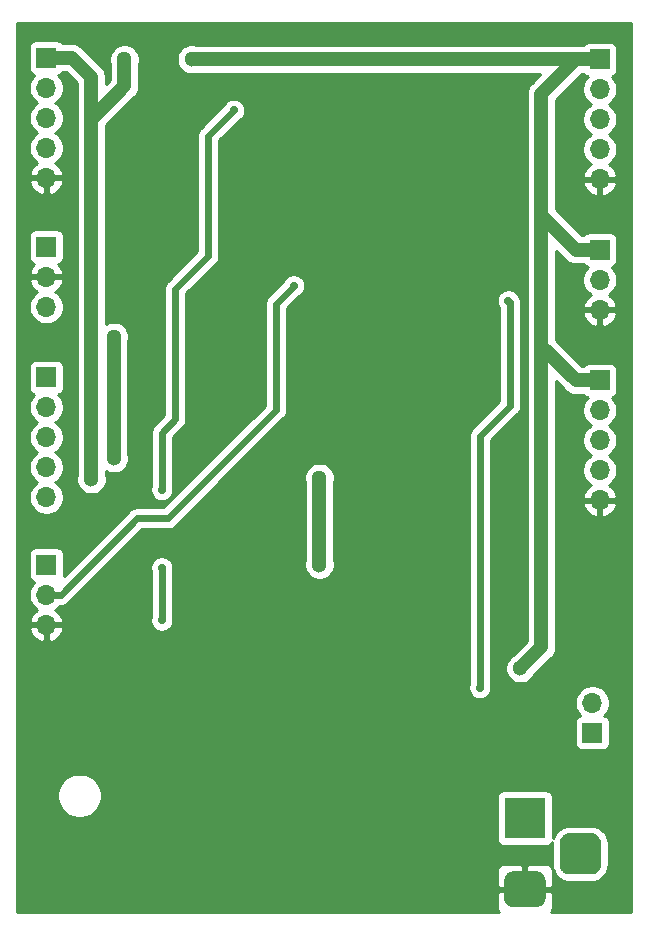
<source format=gbr>
G04 #@! TF.GenerationSoftware,KiCad,Pcbnew,5.1.5+dfsg1-2build2*
G04 #@! TF.CreationDate,2021-12-20T11:22:31-05:00*
G04 #@! TF.ProjectId,pro_SE_DCM,70726f5f-5345-45f4-9443-4d2e6b696361,rev?*
G04 #@! TF.SameCoordinates,Original*
G04 #@! TF.FileFunction,Copper,L2,Bot*
G04 #@! TF.FilePolarity,Positive*
%FSLAX46Y46*%
G04 Gerber Fmt 4.6, Leading zero omitted, Abs format (unit mm)*
G04 Created by KiCad (PCBNEW 5.1.5+dfsg1-2build2) date 2021-12-20 11:22:31*
%MOMM*%
%LPD*%
G04 APERTURE LIST*
%ADD10R,1.700000X1.700000*%
%ADD11O,1.700000X1.700000*%
%ADD12R,3.500000X3.500000*%
%ADD13C,0.100000*%
%ADD14C,0.700000*%
%ADD15C,1.300000*%
%ADD16C,0.600000*%
%ADD17C,1.200000*%
%ADD18C,0.254000*%
G04 APERTURE END LIST*
D10*
X124333000Y-145288000D03*
D11*
X124333000Y-142748000D03*
D10*
X78105000Y-115189000D03*
D11*
X78105000Y-117729000D03*
X78105000Y-120269000D03*
X78105000Y-122809000D03*
X78105000Y-125349000D03*
X124968000Y-98425000D03*
X124968000Y-95885000D03*
X124968000Y-93345000D03*
X124968000Y-90805000D03*
D10*
X124968000Y-88265000D03*
D11*
X78105000Y-98298000D03*
X78105000Y-95758000D03*
X78105000Y-93218000D03*
X78105000Y-90678000D03*
D10*
X78105000Y-88138000D03*
D11*
X124968000Y-125603000D03*
X124968000Y-123063000D03*
X124968000Y-120523000D03*
X124968000Y-117983000D03*
D10*
X124968000Y-115443000D03*
D11*
X78105000Y-136144000D03*
X78105000Y-133604000D03*
D10*
X78105000Y-131064000D03*
D11*
X124968000Y-109474000D03*
X124968000Y-106934000D03*
D10*
X124968000Y-104394000D03*
D12*
X118618000Y-152527000D03*
G04 #@! TA.AperFunction,ComponentPad*
D13*
G36*
X119691513Y-157030611D02*
G01*
X119764318Y-157041411D01*
X119835714Y-157059295D01*
X119905013Y-157084090D01*
X119971548Y-157115559D01*
X120034678Y-157153398D01*
X120093795Y-157197242D01*
X120148330Y-157246670D01*
X120197758Y-157301205D01*
X120241602Y-157360322D01*
X120279441Y-157423452D01*
X120310910Y-157489987D01*
X120335705Y-157559286D01*
X120353589Y-157630682D01*
X120364389Y-157703487D01*
X120368000Y-157777000D01*
X120368000Y-159277000D01*
X120364389Y-159350513D01*
X120353589Y-159423318D01*
X120335705Y-159494714D01*
X120310910Y-159564013D01*
X120279441Y-159630548D01*
X120241602Y-159693678D01*
X120197758Y-159752795D01*
X120148330Y-159807330D01*
X120093795Y-159856758D01*
X120034678Y-159900602D01*
X119971548Y-159938441D01*
X119905013Y-159969910D01*
X119835714Y-159994705D01*
X119764318Y-160012589D01*
X119691513Y-160023389D01*
X119618000Y-160027000D01*
X117618000Y-160027000D01*
X117544487Y-160023389D01*
X117471682Y-160012589D01*
X117400286Y-159994705D01*
X117330987Y-159969910D01*
X117264452Y-159938441D01*
X117201322Y-159900602D01*
X117142205Y-159856758D01*
X117087670Y-159807330D01*
X117038242Y-159752795D01*
X116994398Y-159693678D01*
X116956559Y-159630548D01*
X116925090Y-159564013D01*
X116900295Y-159494714D01*
X116882411Y-159423318D01*
X116871611Y-159350513D01*
X116868000Y-159277000D01*
X116868000Y-157777000D01*
X116871611Y-157703487D01*
X116882411Y-157630682D01*
X116900295Y-157559286D01*
X116925090Y-157489987D01*
X116956559Y-157423452D01*
X116994398Y-157360322D01*
X117038242Y-157301205D01*
X117087670Y-157246670D01*
X117142205Y-157197242D01*
X117201322Y-157153398D01*
X117264452Y-157115559D01*
X117330987Y-157084090D01*
X117400286Y-157059295D01*
X117471682Y-157041411D01*
X117544487Y-157030611D01*
X117618000Y-157027000D01*
X119618000Y-157027000D01*
X119691513Y-157030611D01*
G37*
G04 #@! TD.AperFunction*
G04 #@! TA.AperFunction,ComponentPad*
G36*
X124278765Y-153781213D02*
G01*
X124363704Y-153793813D01*
X124446999Y-153814677D01*
X124527848Y-153843605D01*
X124605472Y-153880319D01*
X124679124Y-153924464D01*
X124748094Y-153975616D01*
X124811718Y-154033282D01*
X124869384Y-154096906D01*
X124920536Y-154165876D01*
X124964681Y-154239528D01*
X125001395Y-154317152D01*
X125030323Y-154398001D01*
X125051187Y-154481296D01*
X125063787Y-154566235D01*
X125068000Y-154652000D01*
X125068000Y-156402000D01*
X125063787Y-156487765D01*
X125051187Y-156572704D01*
X125030323Y-156655999D01*
X125001395Y-156736848D01*
X124964681Y-156814472D01*
X124920536Y-156888124D01*
X124869384Y-156957094D01*
X124811718Y-157020718D01*
X124748094Y-157078384D01*
X124679124Y-157129536D01*
X124605472Y-157173681D01*
X124527848Y-157210395D01*
X124446999Y-157239323D01*
X124363704Y-157260187D01*
X124278765Y-157272787D01*
X124193000Y-157277000D01*
X122443000Y-157277000D01*
X122357235Y-157272787D01*
X122272296Y-157260187D01*
X122189001Y-157239323D01*
X122108152Y-157210395D01*
X122030528Y-157173681D01*
X121956876Y-157129536D01*
X121887906Y-157078384D01*
X121824282Y-157020718D01*
X121766616Y-156957094D01*
X121715464Y-156888124D01*
X121671319Y-156814472D01*
X121634605Y-156736848D01*
X121605677Y-156655999D01*
X121584813Y-156572704D01*
X121572213Y-156487765D01*
X121568000Y-156402000D01*
X121568000Y-154652000D01*
X121572213Y-154566235D01*
X121584813Y-154481296D01*
X121605677Y-154398001D01*
X121634605Y-154317152D01*
X121671319Y-154239528D01*
X121715464Y-154165876D01*
X121766616Y-154096906D01*
X121824282Y-154033282D01*
X121887906Y-153975616D01*
X121956876Y-153924464D01*
X122030528Y-153880319D01*
X122108152Y-153843605D01*
X122189001Y-153814677D01*
X122272296Y-153793813D01*
X122357235Y-153781213D01*
X122443000Y-153777000D01*
X124193000Y-153777000D01*
X124278765Y-153781213D01*
G37*
G04 #@! TD.AperFunction*
D10*
X78105000Y-104140000D03*
D11*
X78105000Y-106680000D03*
X78105000Y-109220000D03*
D14*
X114808000Y-141478000D03*
X117221000Y-108712000D03*
D15*
X87884000Y-91948000D03*
X124587000Y-133096000D03*
X82677000Y-143510000D03*
D14*
X87884000Y-135763000D03*
X87884000Y-131318000D03*
X87884000Y-124714000D03*
X93980000Y-92583000D03*
D15*
X83820000Y-122047000D03*
X83820000Y-111760000D03*
X84709000Y-88265000D03*
X90424000Y-88265000D03*
X118237000Y-139827000D03*
X101219000Y-131064000D03*
X101219000Y-123698000D03*
X81915000Y-123825000D03*
D14*
X99060000Y-107442000D03*
D16*
X114808000Y-141478000D02*
X114808000Y-120142000D01*
X114808000Y-120142000D02*
X117348000Y-117602000D01*
X117348000Y-108839000D02*
X117221000Y-108712000D01*
X117348000Y-117602000D02*
X117348000Y-108839000D01*
X87884000Y-135763000D02*
X87884000Y-135268026D01*
X87884000Y-135268026D02*
X87884000Y-131318000D01*
X89027000Y-107696000D02*
X91821000Y-104902000D01*
X89027000Y-118745000D02*
X89027000Y-107696000D01*
X87884000Y-119888000D02*
X89027000Y-118745000D01*
X87884000Y-124714000D02*
X87884000Y-119888000D01*
X91821000Y-104902000D02*
X91821000Y-94742000D01*
X91821000Y-94742000D02*
X93980000Y-92583000D01*
D17*
X83820000Y-122047000D02*
X83820000Y-121127762D01*
X83820000Y-121127762D02*
X83820000Y-111760000D01*
X90424000Y-88265000D02*
X124968000Y-88265000D01*
X122918000Y-88265000D02*
X120015000Y-91168000D01*
X124968000Y-88265000D02*
X122918000Y-88265000D01*
X122918000Y-104394000D02*
X124968000Y-104394000D01*
X120015000Y-101491000D02*
X122918000Y-104394000D01*
X120015000Y-91168000D02*
X120015000Y-101491000D01*
X124968000Y-115443000D02*
X122918000Y-115443000D01*
X101219000Y-131064000D02*
X101219000Y-123698000D01*
X80264000Y-88138000D02*
X78105000Y-88138000D01*
X81915000Y-89789000D02*
X80264000Y-88138000D01*
X81915000Y-93218000D02*
X82042000Y-93218000D01*
X81915000Y-123825000D02*
X81915000Y-93218000D01*
X81915000Y-93218000D02*
X81915000Y-89789000D01*
X84709000Y-90551000D02*
X84709000Y-88265000D01*
X82042000Y-93218000D02*
X84709000Y-90551000D01*
X122936000Y-115443000D02*
X124968000Y-115443000D01*
X120015000Y-112522000D02*
X122936000Y-115443000D01*
X120015000Y-101491000D02*
X120015000Y-112522000D01*
X120015000Y-138049000D02*
X120015000Y-112522000D01*
X118237000Y-139827000D02*
X120015000Y-138049000D01*
D16*
X88392000Y-127127000D02*
X97536000Y-117983000D01*
X97536000Y-117983000D02*
X97536000Y-108966000D01*
X97536000Y-108966000D02*
X99060000Y-107442000D01*
X85784081Y-127127000D02*
X88392000Y-127127000D01*
X79307081Y-133604000D02*
X85784081Y-127127000D01*
X78105000Y-133604000D02*
X79307081Y-133604000D01*
D18*
G36*
X127585000Y-160478000D02*
G01*
X120819337Y-160478000D01*
X120898537Y-160381494D01*
X120957502Y-160271180D01*
X120993812Y-160151482D01*
X121006072Y-160027000D01*
X121003000Y-158812750D01*
X120844250Y-158654000D01*
X118745000Y-158654000D01*
X118745000Y-158674000D01*
X118491000Y-158674000D01*
X118491000Y-158654000D01*
X116391750Y-158654000D01*
X116233000Y-158812750D01*
X116229928Y-160027000D01*
X116242188Y-160151482D01*
X116278498Y-160271180D01*
X116337463Y-160381494D01*
X116416663Y-160478000D01*
X75615000Y-160478000D01*
X75615000Y-157027000D01*
X116229928Y-157027000D01*
X116233000Y-158241250D01*
X116391750Y-158400000D01*
X118491000Y-158400000D01*
X118491000Y-156550750D01*
X118745000Y-156550750D01*
X118745000Y-158400000D01*
X120844250Y-158400000D01*
X121003000Y-158241250D01*
X121006072Y-157027000D01*
X120993812Y-156902518D01*
X120957502Y-156782820D01*
X120898537Y-156672506D01*
X120819185Y-156575815D01*
X120722494Y-156496463D01*
X120612180Y-156437498D01*
X120492482Y-156401188D01*
X120368000Y-156388928D01*
X118903750Y-156392000D01*
X118745000Y-156550750D01*
X118491000Y-156550750D01*
X118332250Y-156392000D01*
X116868000Y-156388928D01*
X116743518Y-156401188D01*
X116623820Y-156437498D01*
X116513506Y-156496463D01*
X116416815Y-156575815D01*
X116337463Y-156672506D01*
X116278498Y-156782820D01*
X116242188Y-156902518D01*
X116229928Y-157027000D01*
X75615000Y-157027000D01*
X75615000Y-150436344D01*
X79014000Y-150436344D01*
X79014000Y-150807656D01*
X79086439Y-151171834D01*
X79228534Y-151514882D01*
X79434825Y-151823618D01*
X79697382Y-152086175D01*
X80006118Y-152292466D01*
X80349166Y-152434561D01*
X80713344Y-152507000D01*
X81084656Y-152507000D01*
X81448834Y-152434561D01*
X81791882Y-152292466D01*
X82100618Y-152086175D01*
X82363175Y-151823618D01*
X82569466Y-151514882D01*
X82711561Y-151171834D01*
X82784000Y-150807656D01*
X82784000Y-150777000D01*
X116229928Y-150777000D01*
X116229928Y-154277000D01*
X116242188Y-154401482D01*
X116278498Y-154521180D01*
X116337463Y-154631494D01*
X116416815Y-154728185D01*
X116513506Y-154807537D01*
X116623820Y-154866502D01*
X116743518Y-154902812D01*
X116868000Y-154915072D01*
X120368000Y-154915072D01*
X120492482Y-154902812D01*
X120612180Y-154866502D01*
X120722494Y-154807537D01*
X120819185Y-154728185D01*
X120898537Y-154631494D01*
X120939494Y-154554869D01*
X120929928Y-154652000D01*
X120929928Y-156402000D01*
X120959001Y-156697186D01*
X121045104Y-156981028D01*
X121184927Y-157242618D01*
X121373097Y-157471903D01*
X121602382Y-157660073D01*
X121863972Y-157799896D01*
X122147814Y-157885999D01*
X122443000Y-157915072D01*
X124193000Y-157915072D01*
X124488186Y-157885999D01*
X124772028Y-157799896D01*
X125033618Y-157660073D01*
X125262903Y-157471903D01*
X125451073Y-157242618D01*
X125590896Y-156981028D01*
X125676999Y-156697186D01*
X125706072Y-156402000D01*
X125706072Y-154652000D01*
X125676999Y-154356814D01*
X125590896Y-154072972D01*
X125451073Y-153811382D01*
X125262903Y-153582097D01*
X125033618Y-153393927D01*
X124772028Y-153254104D01*
X124488186Y-153168001D01*
X124193000Y-153138928D01*
X122443000Y-153138928D01*
X122147814Y-153168001D01*
X121863972Y-153254104D01*
X121602382Y-153393927D01*
X121373097Y-153582097D01*
X121184927Y-153811382D01*
X121045104Y-154072972D01*
X121006072Y-154201643D01*
X121006072Y-150777000D01*
X120993812Y-150652518D01*
X120957502Y-150532820D01*
X120898537Y-150422506D01*
X120819185Y-150325815D01*
X120722494Y-150246463D01*
X120612180Y-150187498D01*
X120492482Y-150151188D01*
X120368000Y-150138928D01*
X116868000Y-150138928D01*
X116743518Y-150151188D01*
X116623820Y-150187498D01*
X116513506Y-150246463D01*
X116416815Y-150325815D01*
X116337463Y-150422506D01*
X116278498Y-150532820D01*
X116242188Y-150652518D01*
X116229928Y-150777000D01*
X82784000Y-150777000D01*
X82784000Y-150436344D01*
X82711561Y-150072166D01*
X82569466Y-149729118D01*
X82363175Y-149420382D01*
X82100618Y-149157825D01*
X81791882Y-148951534D01*
X81448834Y-148809439D01*
X81084656Y-148737000D01*
X80713344Y-148737000D01*
X80349166Y-148809439D01*
X80006118Y-148951534D01*
X79697382Y-149157825D01*
X79434825Y-149420382D01*
X79228534Y-149729118D01*
X79086439Y-150072166D01*
X79014000Y-150436344D01*
X75615000Y-150436344D01*
X75615000Y-144438000D01*
X122844928Y-144438000D01*
X122844928Y-146138000D01*
X122857188Y-146262482D01*
X122893498Y-146382180D01*
X122952463Y-146492494D01*
X123031815Y-146589185D01*
X123128506Y-146668537D01*
X123238820Y-146727502D01*
X123358518Y-146763812D01*
X123483000Y-146776072D01*
X125183000Y-146776072D01*
X125307482Y-146763812D01*
X125427180Y-146727502D01*
X125537494Y-146668537D01*
X125634185Y-146589185D01*
X125713537Y-146492494D01*
X125772502Y-146382180D01*
X125808812Y-146262482D01*
X125821072Y-146138000D01*
X125821072Y-144438000D01*
X125808812Y-144313518D01*
X125772502Y-144193820D01*
X125713537Y-144083506D01*
X125634185Y-143986815D01*
X125537494Y-143907463D01*
X125427180Y-143848498D01*
X125354620Y-143826487D01*
X125486475Y-143694632D01*
X125648990Y-143451411D01*
X125760932Y-143181158D01*
X125818000Y-142894260D01*
X125818000Y-142601740D01*
X125760932Y-142314842D01*
X125648990Y-142044589D01*
X125486475Y-141801368D01*
X125279632Y-141594525D01*
X125036411Y-141432010D01*
X124766158Y-141320068D01*
X124479260Y-141263000D01*
X124186740Y-141263000D01*
X123899842Y-141320068D01*
X123629589Y-141432010D01*
X123386368Y-141594525D01*
X123179525Y-141801368D01*
X123017010Y-142044589D01*
X122905068Y-142314842D01*
X122848000Y-142601740D01*
X122848000Y-142894260D01*
X122905068Y-143181158D01*
X123017010Y-143451411D01*
X123179525Y-143694632D01*
X123311380Y-143826487D01*
X123238820Y-143848498D01*
X123128506Y-143907463D01*
X123031815Y-143986815D01*
X122952463Y-144083506D01*
X122893498Y-144193820D01*
X122857188Y-144313518D01*
X122844928Y-144438000D01*
X75615000Y-144438000D01*
X75615000Y-141380986D01*
X113823000Y-141380986D01*
X113823000Y-141575014D01*
X113860853Y-141765314D01*
X113935104Y-141944572D01*
X114042901Y-142105901D01*
X114180099Y-142243099D01*
X114341428Y-142350896D01*
X114520686Y-142425147D01*
X114710986Y-142463000D01*
X114905014Y-142463000D01*
X115095314Y-142425147D01*
X115274572Y-142350896D01*
X115435901Y-142243099D01*
X115573099Y-142105901D01*
X115680896Y-141944572D01*
X115755147Y-141765314D01*
X115793000Y-141575014D01*
X115793000Y-141380986D01*
X115755147Y-141190686D01*
X115743000Y-141161361D01*
X115743000Y-120529289D01*
X117976666Y-118295624D01*
X118012344Y-118266344D01*
X118129186Y-118123972D01*
X118216007Y-117961540D01*
X118253253Y-117838757D01*
X118269471Y-117785293D01*
X118271283Y-117766890D01*
X118283000Y-117647932D01*
X118283000Y-117647926D01*
X118287523Y-117602001D01*
X118283000Y-117556076D01*
X118283000Y-108884931D01*
X118287524Y-108838999D01*
X118269471Y-108655708D01*
X118254532Y-108606460D01*
X118216007Y-108479460D01*
X118129186Y-108317028D01*
X118117814Y-108303171D01*
X118093896Y-108245428D01*
X117986099Y-108084099D01*
X117848901Y-107946901D01*
X117687572Y-107839104D01*
X117508314Y-107764853D01*
X117318014Y-107727000D01*
X117123986Y-107727000D01*
X116933686Y-107764853D01*
X116754428Y-107839104D01*
X116593099Y-107946901D01*
X116455901Y-108084099D01*
X116348104Y-108245428D01*
X116273853Y-108424686D01*
X116236000Y-108614986D01*
X116236000Y-108809014D01*
X116273853Y-108999314D01*
X116348104Y-109178572D01*
X116413001Y-109275697D01*
X116413000Y-117214710D01*
X114179336Y-119448375D01*
X114143657Y-119477656D01*
X114026815Y-119620028D01*
X113939994Y-119782460D01*
X113886529Y-119958709D01*
X113868476Y-120142000D01*
X113873001Y-120187942D01*
X113873000Y-141161360D01*
X113860853Y-141190686D01*
X113823000Y-141380986D01*
X75615000Y-141380986D01*
X75615000Y-136500890D01*
X76663524Y-136500890D01*
X76708175Y-136648099D01*
X76833359Y-136910920D01*
X77007412Y-137144269D01*
X77223645Y-137339178D01*
X77473748Y-137488157D01*
X77748109Y-137585481D01*
X77978000Y-137464814D01*
X77978000Y-136271000D01*
X78232000Y-136271000D01*
X78232000Y-137464814D01*
X78461891Y-137585481D01*
X78736252Y-137488157D01*
X78986355Y-137339178D01*
X79202588Y-137144269D01*
X79376641Y-136910920D01*
X79501825Y-136648099D01*
X79546476Y-136500890D01*
X79425155Y-136271000D01*
X78232000Y-136271000D01*
X77978000Y-136271000D01*
X76784845Y-136271000D01*
X76663524Y-136500890D01*
X75615000Y-136500890D01*
X75615000Y-130214000D01*
X76616928Y-130214000D01*
X76616928Y-131914000D01*
X76629188Y-132038482D01*
X76665498Y-132158180D01*
X76724463Y-132268494D01*
X76803815Y-132365185D01*
X76900506Y-132444537D01*
X77010820Y-132503502D01*
X77083380Y-132525513D01*
X76951525Y-132657368D01*
X76789010Y-132900589D01*
X76677068Y-133170842D01*
X76620000Y-133457740D01*
X76620000Y-133750260D01*
X76677068Y-134037158D01*
X76789010Y-134307411D01*
X76951525Y-134550632D01*
X77158368Y-134757475D01*
X77340534Y-134879195D01*
X77223645Y-134948822D01*
X77007412Y-135143731D01*
X76833359Y-135377080D01*
X76708175Y-135639901D01*
X76663524Y-135787110D01*
X76784845Y-136017000D01*
X77978000Y-136017000D01*
X77978000Y-135997000D01*
X78232000Y-135997000D01*
X78232000Y-136017000D01*
X79425155Y-136017000D01*
X79546476Y-135787110D01*
X79501825Y-135639901D01*
X79376641Y-135377080D01*
X79202588Y-135143731D01*
X78986355Y-134948822D01*
X78869466Y-134879195D01*
X79051632Y-134757475D01*
X79258475Y-134550632D01*
X79265932Y-134539471D01*
X79307081Y-134543524D01*
X79353013Y-134539000D01*
X79490373Y-134525471D01*
X79666621Y-134472007D01*
X79829053Y-134385186D01*
X79971425Y-134268344D01*
X80000711Y-134232659D01*
X83012384Y-131220986D01*
X86899000Y-131220986D01*
X86899000Y-131415014D01*
X86936853Y-131605314D01*
X86949001Y-131634642D01*
X86949000Y-135222094D01*
X86949000Y-135446361D01*
X86936853Y-135475686D01*
X86899000Y-135665986D01*
X86899000Y-135860014D01*
X86936853Y-136050314D01*
X87011104Y-136229572D01*
X87118901Y-136390901D01*
X87256099Y-136528099D01*
X87417428Y-136635896D01*
X87596686Y-136710147D01*
X87786986Y-136748000D01*
X87981014Y-136748000D01*
X88171314Y-136710147D01*
X88350572Y-136635896D01*
X88511901Y-136528099D01*
X88649099Y-136390901D01*
X88756896Y-136229572D01*
X88831147Y-136050314D01*
X88869000Y-135860014D01*
X88869000Y-135665986D01*
X88831147Y-135475686D01*
X88819000Y-135446361D01*
X88819000Y-131634639D01*
X88831147Y-131605314D01*
X88869000Y-131415014D01*
X88869000Y-131220986D01*
X88831147Y-131030686D01*
X88756896Y-130851428D01*
X88649099Y-130690099D01*
X88511901Y-130552901D01*
X88350572Y-130445104D01*
X88171314Y-130370853D01*
X87981014Y-130333000D01*
X87786986Y-130333000D01*
X87596686Y-130370853D01*
X87417428Y-130445104D01*
X87256099Y-130552901D01*
X87118901Y-130690099D01*
X87011104Y-130851428D01*
X86936853Y-131030686D01*
X86899000Y-131220986D01*
X83012384Y-131220986D01*
X86171371Y-128062000D01*
X88346068Y-128062000D01*
X88392000Y-128066524D01*
X88437932Y-128062000D01*
X88575292Y-128048471D01*
X88751540Y-127995007D01*
X88913972Y-127908186D01*
X89056344Y-127791344D01*
X89085630Y-127755659D01*
X93269850Y-123571439D01*
X99934000Y-123571439D01*
X99934000Y-123824561D01*
X99983381Y-124072821D01*
X99984001Y-124074318D01*
X99984000Y-130687684D01*
X99983381Y-130689179D01*
X99934000Y-130937439D01*
X99934000Y-131190561D01*
X99983381Y-131438821D01*
X100080247Y-131672676D01*
X100220875Y-131883140D01*
X100399860Y-132062125D01*
X100610324Y-132202753D01*
X100844179Y-132299619D01*
X101092439Y-132349000D01*
X101345561Y-132349000D01*
X101593821Y-132299619D01*
X101827676Y-132202753D01*
X102038140Y-132062125D01*
X102217125Y-131883140D01*
X102357753Y-131672676D01*
X102454619Y-131438821D01*
X102504000Y-131190561D01*
X102504000Y-130937439D01*
X102454619Y-130689179D01*
X102454000Y-130687685D01*
X102454000Y-124074315D01*
X102454619Y-124072821D01*
X102504000Y-123824561D01*
X102504000Y-123571439D01*
X102454619Y-123323179D01*
X102357753Y-123089324D01*
X102217125Y-122878860D01*
X102038140Y-122699875D01*
X101827676Y-122559247D01*
X101593821Y-122462381D01*
X101345561Y-122413000D01*
X101092439Y-122413000D01*
X100844179Y-122462381D01*
X100610324Y-122559247D01*
X100399860Y-122699875D01*
X100220875Y-122878860D01*
X100080247Y-123089324D01*
X99983381Y-123323179D01*
X99934000Y-123571439D01*
X93269850Y-123571439D01*
X98164660Y-118676629D01*
X98200344Y-118647344D01*
X98317186Y-118504972D01*
X98404007Y-118342540D01*
X98457471Y-118166292D01*
X98471000Y-118028932D01*
X98471000Y-118028931D01*
X98475524Y-117983000D01*
X98471000Y-117937068D01*
X98471000Y-109353289D01*
X99497247Y-108327043D01*
X99526572Y-108314896D01*
X99687901Y-108207099D01*
X99825099Y-108069901D01*
X99932896Y-107908572D01*
X100007147Y-107729314D01*
X100045000Y-107539014D01*
X100045000Y-107344986D01*
X100007147Y-107154686D01*
X99932896Y-106975428D01*
X99825099Y-106814099D01*
X99687901Y-106676901D01*
X99526572Y-106569104D01*
X99347314Y-106494853D01*
X99157014Y-106457000D01*
X98962986Y-106457000D01*
X98772686Y-106494853D01*
X98593428Y-106569104D01*
X98432099Y-106676901D01*
X98294901Y-106814099D01*
X98187104Y-106975428D01*
X98174957Y-107004753D01*
X96907336Y-108272375D01*
X96871657Y-108301656D01*
X96754815Y-108444028D01*
X96690686Y-108564006D01*
X96667994Y-108606460D01*
X96614529Y-108782709D01*
X96596476Y-108966000D01*
X96601001Y-109011942D01*
X96601000Y-117595711D01*
X88004711Y-126192000D01*
X85830012Y-126192000D01*
X85784080Y-126187476D01*
X85600788Y-126205529D01*
X85547324Y-126221747D01*
X85424541Y-126258993D01*
X85262109Y-126345814D01*
X85119737Y-126462656D01*
X85090457Y-126498334D01*
X79584144Y-132004648D01*
X79593072Y-131914000D01*
X79593072Y-130214000D01*
X79580812Y-130089518D01*
X79544502Y-129969820D01*
X79485537Y-129859506D01*
X79406185Y-129762815D01*
X79309494Y-129683463D01*
X79199180Y-129624498D01*
X79079482Y-129588188D01*
X78955000Y-129575928D01*
X77255000Y-129575928D01*
X77130518Y-129588188D01*
X77010820Y-129624498D01*
X76900506Y-129683463D01*
X76803815Y-129762815D01*
X76724463Y-129859506D01*
X76665498Y-129969820D01*
X76629188Y-130089518D01*
X76616928Y-130214000D01*
X75615000Y-130214000D01*
X75615000Y-114339000D01*
X76616928Y-114339000D01*
X76616928Y-116039000D01*
X76629188Y-116163482D01*
X76665498Y-116283180D01*
X76724463Y-116393494D01*
X76803815Y-116490185D01*
X76900506Y-116569537D01*
X77010820Y-116628502D01*
X77083380Y-116650513D01*
X76951525Y-116782368D01*
X76789010Y-117025589D01*
X76677068Y-117295842D01*
X76620000Y-117582740D01*
X76620000Y-117875260D01*
X76677068Y-118162158D01*
X76789010Y-118432411D01*
X76951525Y-118675632D01*
X77158368Y-118882475D01*
X77332760Y-118999000D01*
X77158368Y-119115525D01*
X76951525Y-119322368D01*
X76789010Y-119565589D01*
X76677068Y-119835842D01*
X76620000Y-120122740D01*
X76620000Y-120415260D01*
X76677068Y-120702158D01*
X76789010Y-120972411D01*
X76951525Y-121215632D01*
X77158368Y-121422475D01*
X77332760Y-121539000D01*
X77158368Y-121655525D01*
X76951525Y-121862368D01*
X76789010Y-122105589D01*
X76677068Y-122375842D01*
X76620000Y-122662740D01*
X76620000Y-122955260D01*
X76677068Y-123242158D01*
X76789010Y-123512411D01*
X76951525Y-123755632D01*
X77158368Y-123962475D01*
X77332760Y-124079000D01*
X77158368Y-124195525D01*
X76951525Y-124402368D01*
X76789010Y-124645589D01*
X76677068Y-124915842D01*
X76620000Y-125202740D01*
X76620000Y-125495260D01*
X76677068Y-125782158D01*
X76789010Y-126052411D01*
X76951525Y-126295632D01*
X77158368Y-126502475D01*
X77401589Y-126664990D01*
X77671842Y-126776932D01*
X77958740Y-126834000D01*
X78251260Y-126834000D01*
X78538158Y-126776932D01*
X78808411Y-126664990D01*
X79051632Y-126502475D01*
X79258475Y-126295632D01*
X79420990Y-126052411D01*
X79532932Y-125782158D01*
X79590000Y-125495260D01*
X79590000Y-125202740D01*
X79532932Y-124915842D01*
X79420990Y-124645589D01*
X79258475Y-124402368D01*
X79051632Y-124195525D01*
X78877240Y-124079000D01*
X79051632Y-123962475D01*
X79258475Y-123755632D01*
X79420990Y-123512411D01*
X79532932Y-123242158D01*
X79590000Y-122955260D01*
X79590000Y-122662740D01*
X79532932Y-122375842D01*
X79420990Y-122105589D01*
X79258475Y-121862368D01*
X79051632Y-121655525D01*
X78877240Y-121539000D01*
X79051632Y-121422475D01*
X79258475Y-121215632D01*
X79420990Y-120972411D01*
X79532932Y-120702158D01*
X79590000Y-120415260D01*
X79590000Y-120122740D01*
X79532932Y-119835842D01*
X79420990Y-119565589D01*
X79258475Y-119322368D01*
X79051632Y-119115525D01*
X78877240Y-118999000D01*
X79051632Y-118882475D01*
X79258475Y-118675632D01*
X79420990Y-118432411D01*
X79532932Y-118162158D01*
X79590000Y-117875260D01*
X79590000Y-117582740D01*
X79532932Y-117295842D01*
X79420990Y-117025589D01*
X79258475Y-116782368D01*
X79126620Y-116650513D01*
X79199180Y-116628502D01*
X79309494Y-116569537D01*
X79406185Y-116490185D01*
X79485537Y-116393494D01*
X79544502Y-116283180D01*
X79580812Y-116163482D01*
X79593072Y-116039000D01*
X79593072Y-114339000D01*
X79580812Y-114214518D01*
X79544502Y-114094820D01*
X79485537Y-113984506D01*
X79406185Y-113887815D01*
X79309494Y-113808463D01*
X79199180Y-113749498D01*
X79079482Y-113713188D01*
X78955000Y-113700928D01*
X77255000Y-113700928D01*
X77130518Y-113713188D01*
X77010820Y-113749498D01*
X76900506Y-113808463D01*
X76803815Y-113887815D01*
X76724463Y-113984506D01*
X76665498Y-114094820D01*
X76629188Y-114214518D01*
X76616928Y-114339000D01*
X75615000Y-114339000D01*
X75615000Y-109073740D01*
X76620000Y-109073740D01*
X76620000Y-109366260D01*
X76677068Y-109653158D01*
X76789010Y-109923411D01*
X76951525Y-110166632D01*
X77158368Y-110373475D01*
X77401589Y-110535990D01*
X77671842Y-110647932D01*
X77958740Y-110705000D01*
X78251260Y-110705000D01*
X78538158Y-110647932D01*
X78808411Y-110535990D01*
X79051632Y-110373475D01*
X79258475Y-110166632D01*
X79420990Y-109923411D01*
X79532932Y-109653158D01*
X79590000Y-109366260D01*
X79590000Y-109073740D01*
X79532932Y-108786842D01*
X79420990Y-108516589D01*
X79258475Y-108273368D01*
X79051632Y-108066525D01*
X78869466Y-107944805D01*
X78986355Y-107875178D01*
X79202588Y-107680269D01*
X79376641Y-107446920D01*
X79501825Y-107184099D01*
X79546476Y-107036890D01*
X79425155Y-106807000D01*
X78232000Y-106807000D01*
X78232000Y-106827000D01*
X77978000Y-106827000D01*
X77978000Y-106807000D01*
X76784845Y-106807000D01*
X76663524Y-107036890D01*
X76708175Y-107184099D01*
X76833359Y-107446920D01*
X77007412Y-107680269D01*
X77223645Y-107875178D01*
X77340534Y-107944805D01*
X77158368Y-108066525D01*
X76951525Y-108273368D01*
X76789010Y-108516589D01*
X76677068Y-108786842D01*
X76620000Y-109073740D01*
X75615000Y-109073740D01*
X75615000Y-103290000D01*
X76616928Y-103290000D01*
X76616928Y-104990000D01*
X76629188Y-105114482D01*
X76665498Y-105234180D01*
X76724463Y-105344494D01*
X76803815Y-105441185D01*
X76900506Y-105520537D01*
X77010820Y-105579502D01*
X77091466Y-105603966D01*
X77007412Y-105679731D01*
X76833359Y-105913080D01*
X76708175Y-106175901D01*
X76663524Y-106323110D01*
X76784845Y-106553000D01*
X77978000Y-106553000D01*
X77978000Y-106533000D01*
X78232000Y-106533000D01*
X78232000Y-106553000D01*
X79425155Y-106553000D01*
X79546476Y-106323110D01*
X79501825Y-106175901D01*
X79376641Y-105913080D01*
X79202588Y-105679731D01*
X79118534Y-105603966D01*
X79199180Y-105579502D01*
X79309494Y-105520537D01*
X79406185Y-105441185D01*
X79485537Y-105344494D01*
X79544502Y-105234180D01*
X79580812Y-105114482D01*
X79593072Y-104990000D01*
X79593072Y-103290000D01*
X79580812Y-103165518D01*
X79544502Y-103045820D01*
X79485537Y-102935506D01*
X79406185Y-102838815D01*
X79309494Y-102759463D01*
X79199180Y-102700498D01*
X79079482Y-102664188D01*
X78955000Y-102651928D01*
X77255000Y-102651928D01*
X77130518Y-102664188D01*
X77010820Y-102700498D01*
X76900506Y-102759463D01*
X76803815Y-102838815D01*
X76724463Y-102935506D01*
X76665498Y-103045820D01*
X76629188Y-103165518D01*
X76616928Y-103290000D01*
X75615000Y-103290000D01*
X75615000Y-98654890D01*
X76663524Y-98654890D01*
X76708175Y-98802099D01*
X76833359Y-99064920D01*
X77007412Y-99298269D01*
X77223645Y-99493178D01*
X77473748Y-99642157D01*
X77748109Y-99739481D01*
X77978000Y-99618814D01*
X77978000Y-98425000D01*
X78232000Y-98425000D01*
X78232000Y-99618814D01*
X78461891Y-99739481D01*
X78736252Y-99642157D01*
X78986355Y-99493178D01*
X79202588Y-99298269D01*
X79376641Y-99064920D01*
X79501825Y-98802099D01*
X79546476Y-98654890D01*
X79425155Y-98425000D01*
X78232000Y-98425000D01*
X77978000Y-98425000D01*
X76784845Y-98425000D01*
X76663524Y-98654890D01*
X75615000Y-98654890D01*
X75615000Y-87288000D01*
X76616928Y-87288000D01*
X76616928Y-88988000D01*
X76629188Y-89112482D01*
X76665498Y-89232180D01*
X76724463Y-89342494D01*
X76803815Y-89439185D01*
X76900506Y-89518537D01*
X77010820Y-89577502D01*
X77083380Y-89599513D01*
X76951525Y-89731368D01*
X76789010Y-89974589D01*
X76677068Y-90244842D01*
X76620000Y-90531740D01*
X76620000Y-90824260D01*
X76677068Y-91111158D01*
X76789010Y-91381411D01*
X76951525Y-91624632D01*
X77158368Y-91831475D01*
X77332760Y-91948000D01*
X77158368Y-92064525D01*
X76951525Y-92271368D01*
X76789010Y-92514589D01*
X76677068Y-92784842D01*
X76620000Y-93071740D01*
X76620000Y-93364260D01*
X76677068Y-93651158D01*
X76789010Y-93921411D01*
X76951525Y-94164632D01*
X77158368Y-94371475D01*
X77332760Y-94488000D01*
X77158368Y-94604525D01*
X76951525Y-94811368D01*
X76789010Y-95054589D01*
X76677068Y-95324842D01*
X76620000Y-95611740D01*
X76620000Y-95904260D01*
X76677068Y-96191158D01*
X76789010Y-96461411D01*
X76951525Y-96704632D01*
X77158368Y-96911475D01*
X77340534Y-97033195D01*
X77223645Y-97102822D01*
X77007412Y-97297731D01*
X76833359Y-97531080D01*
X76708175Y-97793901D01*
X76663524Y-97941110D01*
X76784845Y-98171000D01*
X77978000Y-98171000D01*
X77978000Y-98151000D01*
X78232000Y-98151000D01*
X78232000Y-98171000D01*
X79425155Y-98171000D01*
X79546476Y-97941110D01*
X79501825Y-97793901D01*
X79376641Y-97531080D01*
X79202588Y-97297731D01*
X78986355Y-97102822D01*
X78869466Y-97033195D01*
X79051632Y-96911475D01*
X79258475Y-96704632D01*
X79420990Y-96461411D01*
X79532932Y-96191158D01*
X79590000Y-95904260D01*
X79590000Y-95611740D01*
X79532932Y-95324842D01*
X79420990Y-95054589D01*
X79258475Y-94811368D01*
X79051632Y-94604525D01*
X78877240Y-94488000D01*
X79051632Y-94371475D01*
X79258475Y-94164632D01*
X79420990Y-93921411D01*
X79532932Y-93651158D01*
X79590000Y-93364260D01*
X79590000Y-93071740D01*
X79532932Y-92784842D01*
X79420990Y-92514589D01*
X79258475Y-92271368D01*
X79051632Y-92064525D01*
X78877240Y-91948000D01*
X79051632Y-91831475D01*
X79258475Y-91624632D01*
X79420990Y-91381411D01*
X79532932Y-91111158D01*
X79590000Y-90824260D01*
X79590000Y-90531740D01*
X79532932Y-90244842D01*
X79420990Y-89974589D01*
X79258475Y-89731368D01*
X79126620Y-89599513D01*
X79199180Y-89577502D01*
X79309494Y-89518537D01*
X79406185Y-89439185D01*
X79460501Y-89373000D01*
X79752447Y-89373000D01*
X80680001Y-90300554D01*
X80680000Y-93157335D01*
X80674025Y-93218000D01*
X80680001Y-93278675D01*
X80680000Y-123448685D01*
X80679381Y-123450179D01*
X80630000Y-123698439D01*
X80630000Y-123951561D01*
X80679381Y-124199821D01*
X80776247Y-124433676D01*
X80916875Y-124644140D01*
X81095860Y-124823125D01*
X81306324Y-124963753D01*
X81540179Y-125060619D01*
X81788439Y-125110000D01*
X82041561Y-125110000D01*
X82289821Y-125060619D01*
X82523676Y-124963753D01*
X82734140Y-124823125D01*
X82913125Y-124644140D01*
X82931268Y-124616986D01*
X86899000Y-124616986D01*
X86899000Y-124811014D01*
X86936853Y-125001314D01*
X87011104Y-125180572D01*
X87118901Y-125341901D01*
X87256099Y-125479099D01*
X87417428Y-125586896D01*
X87596686Y-125661147D01*
X87786986Y-125699000D01*
X87981014Y-125699000D01*
X88171314Y-125661147D01*
X88350572Y-125586896D01*
X88511901Y-125479099D01*
X88649099Y-125341901D01*
X88756896Y-125180572D01*
X88831147Y-125001314D01*
X88869000Y-124811014D01*
X88869000Y-124616986D01*
X88831147Y-124426686D01*
X88819000Y-124397361D01*
X88819000Y-120275289D01*
X89655665Y-119438625D01*
X89691344Y-119409344D01*
X89808186Y-119266972D01*
X89895007Y-119104540D01*
X89948471Y-118928292D01*
X89962000Y-118790932D01*
X89962000Y-118790931D01*
X89966524Y-118745001D01*
X89962000Y-118699069D01*
X89962000Y-108083289D01*
X92449660Y-105595629D01*
X92485344Y-105566344D01*
X92602186Y-105423972D01*
X92663012Y-105310173D01*
X92689007Y-105261541D01*
X92742472Y-105085292D01*
X92760524Y-104902000D01*
X92756000Y-104856065D01*
X92756000Y-95129289D01*
X94417247Y-93468043D01*
X94446572Y-93455896D01*
X94607901Y-93348099D01*
X94745099Y-93210901D01*
X94852896Y-93049572D01*
X94927147Y-92870314D01*
X94965000Y-92680014D01*
X94965000Y-92485986D01*
X94927147Y-92295686D01*
X94852896Y-92116428D01*
X94745099Y-91955099D01*
X94607901Y-91817901D01*
X94446572Y-91710104D01*
X94267314Y-91635853D01*
X94077014Y-91598000D01*
X93882986Y-91598000D01*
X93692686Y-91635853D01*
X93513428Y-91710104D01*
X93352099Y-91817901D01*
X93214901Y-91955099D01*
X93107104Y-92116428D01*
X93094957Y-92145753D01*
X91192336Y-94048375D01*
X91156657Y-94077656D01*
X91039815Y-94220028D01*
X91023885Y-94249832D01*
X90952994Y-94382460D01*
X90899529Y-94558709D01*
X90881476Y-94742000D01*
X90886001Y-94787942D01*
X90886000Y-104514711D01*
X88398336Y-107002375D01*
X88362657Y-107031656D01*
X88245815Y-107174028D01*
X88158994Y-107336460D01*
X88105529Y-107512709D01*
X88087476Y-107696000D01*
X88092001Y-107741942D01*
X88092000Y-118357710D01*
X87255336Y-119194375D01*
X87219657Y-119223656D01*
X87102815Y-119366028D01*
X87078814Y-119410932D01*
X87015994Y-119528460D01*
X86962529Y-119704709D01*
X86944476Y-119888000D01*
X86949001Y-119933942D01*
X86949000Y-124397360D01*
X86936853Y-124426686D01*
X86899000Y-124616986D01*
X82931268Y-124616986D01*
X83053753Y-124433676D01*
X83150619Y-124199821D01*
X83200000Y-123951561D01*
X83200000Y-123698439D01*
X83150619Y-123450179D01*
X83150000Y-123448685D01*
X83150000Y-123144777D01*
X83211324Y-123185753D01*
X83445179Y-123282619D01*
X83693439Y-123332000D01*
X83946561Y-123332000D01*
X84194821Y-123282619D01*
X84428676Y-123185753D01*
X84639140Y-123045125D01*
X84818125Y-122866140D01*
X84958753Y-122655676D01*
X85055619Y-122421821D01*
X85105000Y-122173561D01*
X85105000Y-121920439D01*
X85055619Y-121672179D01*
X85055000Y-121670685D01*
X85055000Y-112136315D01*
X85055619Y-112134821D01*
X85105000Y-111886561D01*
X85105000Y-111633439D01*
X85055619Y-111385179D01*
X84958753Y-111151324D01*
X84818125Y-110940860D01*
X84639140Y-110761875D01*
X84428676Y-110621247D01*
X84194821Y-110524381D01*
X83946561Y-110475000D01*
X83693439Y-110475000D01*
X83445179Y-110524381D01*
X83211324Y-110621247D01*
X83150000Y-110662223D01*
X83150000Y-93856553D01*
X85539376Y-91467177D01*
X85586502Y-91428502D01*
X85740833Y-91240449D01*
X85855511Y-91025901D01*
X85926130Y-90793102D01*
X85944000Y-90611665D01*
X85944000Y-90611664D01*
X85949975Y-90551000D01*
X85944000Y-90490335D01*
X85944000Y-88641315D01*
X85944619Y-88639821D01*
X85994000Y-88391561D01*
X85994000Y-88138439D01*
X89139000Y-88138439D01*
X89139000Y-88391561D01*
X89188381Y-88639821D01*
X89285247Y-88873676D01*
X89425875Y-89084140D01*
X89604860Y-89263125D01*
X89815324Y-89403753D01*
X90049179Y-89500619D01*
X90297439Y-89550000D01*
X90550561Y-89550000D01*
X90798821Y-89500619D01*
X90800315Y-89500000D01*
X119936447Y-89500000D01*
X119184625Y-90251822D01*
X119137498Y-90290498D01*
X118983167Y-90478552D01*
X118868489Y-90693100D01*
X118868489Y-90693101D01*
X118797870Y-90925898D01*
X118774025Y-91168000D01*
X118780000Y-91228665D01*
X118780001Y-101430325D01*
X118774025Y-101491000D01*
X118780000Y-101551665D01*
X118780001Y-112461325D01*
X118774025Y-112522000D01*
X118780001Y-112582675D01*
X118780000Y-137537446D01*
X117629819Y-138687628D01*
X117628324Y-138688247D01*
X117417860Y-138828875D01*
X117238875Y-139007860D01*
X117098247Y-139218324D01*
X117001381Y-139452179D01*
X116952000Y-139700439D01*
X116952000Y-139953561D01*
X117001381Y-140201821D01*
X117098247Y-140435676D01*
X117238875Y-140646140D01*
X117417860Y-140825125D01*
X117628324Y-140965753D01*
X117862179Y-141062619D01*
X118110439Y-141112000D01*
X118363561Y-141112000D01*
X118611821Y-141062619D01*
X118845676Y-140965753D01*
X119056140Y-140825125D01*
X119235125Y-140646140D01*
X119375753Y-140435676D01*
X119376372Y-140434181D01*
X120845381Y-138965173D01*
X120892502Y-138926502D01*
X121046833Y-138738449D01*
X121161511Y-138523901D01*
X121232130Y-138291102D01*
X121250000Y-138109665D01*
X121250000Y-138109664D01*
X121255975Y-138049000D01*
X121250000Y-137988335D01*
X121250000Y-125959890D01*
X123526524Y-125959890D01*
X123571175Y-126107099D01*
X123696359Y-126369920D01*
X123870412Y-126603269D01*
X124086645Y-126798178D01*
X124336748Y-126947157D01*
X124611109Y-127044481D01*
X124841000Y-126923814D01*
X124841000Y-125730000D01*
X125095000Y-125730000D01*
X125095000Y-126923814D01*
X125324891Y-127044481D01*
X125599252Y-126947157D01*
X125849355Y-126798178D01*
X126065588Y-126603269D01*
X126239641Y-126369920D01*
X126364825Y-126107099D01*
X126409476Y-125959890D01*
X126288155Y-125730000D01*
X125095000Y-125730000D01*
X124841000Y-125730000D01*
X123647845Y-125730000D01*
X123526524Y-125959890D01*
X121250000Y-125959890D01*
X121250000Y-115503554D01*
X121919448Y-116173001D01*
X122040498Y-116320502D01*
X122228551Y-116474833D01*
X122443099Y-116589511D01*
X122675898Y-116660130D01*
X122857335Y-116678000D01*
X122875335Y-116678000D01*
X122936000Y-116683975D01*
X122996665Y-116678000D01*
X123612499Y-116678000D01*
X123666815Y-116744185D01*
X123763506Y-116823537D01*
X123873820Y-116882502D01*
X123946380Y-116904513D01*
X123814525Y-117036368D01*
X123652010Y-117279589D01*
X123540068Y-117549842D01*
X123483000Y-117836740D01*
X123483000Y-118129260D01*
X123540068Y-118416158D01*
X123652010Y-118686411D01*
X123814525Y-118929632D01*
X124021368Y-119136475D01*
X124195760Y-119253000D01*
X124021368Y-119369525D01*
X123814525Y-119576368D01*
X123652010Y-119819589D01*
X123540068Y-120089842D01*
X123483000Y-120376740D01*
X123483000Y-120669260D01*
X123540068Y-120956158D01*
X123652010Y-121226411D01*
X123814525Y-121469632D01*
X124021368Y-121676475D01*
X124195760Y-121793000D01*
X124021368Y-121909525D01*
X123814525Y-122116368D01*
X123652010Y-122359589D01*
X123540068Y-122629842D01*
X123483000Y-122916740D01*
X123483000Y-123209260D01*
X123540068Y-123496158D01*
X123652010Y-123766411D01*
X123814525Y-124009632D01*
X124021368Y-124216475D01*
X124203534Y-124338195D01*
X124086645Y-124407822D01*
X123870412Y-124602731D01*
X123696359Y-124836080D01*
X123571175Y-125098901D01*
X123526524Y-125246110D01*
X123647845Y-125476000D01*
X124841000Y-125476000D01*
X124841000Y-125456000D01*
X125095000Y-125456000D01*
X125095000Y-125476000D01*
X126288155Y-125476000D01*
X126409476Y-125246110D01*
X126364825Y-125098901D01*
X126239641Y-124836080D01*
X126065588Y-124602731D01*
X125849355Y-124407822D01*
X125732466Y-124338195D01*
X125914632Y-124216475D01*
X126121475Y-124009632D01*
X126283990Y-123766411D01*
X126395932Y-123496158D01*
X126453000Y-123209260D01*
X126453000Y-122916740D01*
X126395932Y-122629842D01*
X126283990Y-122359589D01*
X126121475Y-122116368D01*
X125914632Y-121909525D01*
X125740240Y-121793000D01*
X125914632Y-121676475D01*
X126121475Y-121469632D01*
X126283990Y-121226411D01*
X126395932Y-120956158D01*
X126453000Y-120669260D01*
X126453000Y-120376740D01*
X126395932Y-120089842D01*
X126283990Y-119819589D01*
X126121475Y-119576368D01*
X125914632Y-119369525D01*
X125740240Y-119253000D01*
X125914632Y-119136475D01*
X126121475Y-118929632D01*
X126283990Y-118686411D01*
X126395932Y-118416158D01*
X126453000Y-118129260D01*
X126453000Y-117836740D01*
X126395932Y-117549842D01*
X126283990Y-117279589D01*
X126121475Y-117036368D01*
X125989620Y-116904513D01*
X126062180Y-116882502D01*
X126172494Y-116823537D01*
X126269185Y-116744185D01*
X126348537Y-116647494D01*
X126407502Y-116537180D01*
X126443812Y-116417482D01*
X126456072Y-116293000D01*
X126456072Y-114593000D01*
X126443812Y-114468518D01*
X126407502Y-114348820D01*
X126348537Y-114238506D01*
X126269185Y-114141815D01*
X126172494Y-114062463D01*
X126062180Y-114003498D01*
X125942482Y-113967188D01*
X125818000Y-113954928D01*
X124118000Y-113954928D01*
X123993518Y-113967188D01*
X123873820Y-114003498D01*
X123763506Y-114062463D01*
X123666815Y-114141815D01*
X123612499Y-114208000D01*
X123447554Y-114208000D01*
X121250000Y-112010447D01*
X121250000Y-109830890D01*
X123526524Y-109830890D01*
X123571175Y-109978099D01*
X123696359Y-110240920D01*
X123870412Y-110474269D01*
X124086645Y-110669178D01*
X124336748Y-110818157D01*
X124611109Y-110915481D01*
X124841000Y-110794814D01*
X124841000Y-109601000D01*
X125095000Y-109601000D01*
X125095000Y-110794814D01*
X125324891Y-110915481D01*
X125599252Y-110818157D01*
X125849355Y-110669178D01*
X126065588Y-110474269D01*
X126239641Y-110240920D01*
X126364825Y-109978099D01*
X126409476Y-109830890D01*
X126288155Y-109601000D01*
X125095000Y-109601000D01*
X124841000Y-109601000D01*
X123647845Y-109601000D01*
X123526524Y-109830890D01*
X121250000Y-109830890D01*
X121250000Y-104472554D01*
X122001826Y-105224380D01*
X122040498Y-105271502D01*
X122228551Y-105425833D01*
X122443099Y-105540511D01*
X122528259Y-105566344D01*
X122675897Y-105611130D01*
X122918000Y-105634975D01*
X122978665Y-105629000D01*
X123612499Y-105629000D01*
X123666815Y-105695185D01*
X123763506Y-105774537D01*
X123873820Y-105833502D01*
X123946380Y-105855513D01*
X123814525Y-105987368D01*
X123652010Y-106230589D01*
X123540068Y-106500842D01*
X123483000Y-106787740D01*
X123483000Y-107080260D01*
X123540068Y-107367158D01*
X123652010Y-107637411D01*
X123814525Y-107880632D01*
X124021368Y-108087475D01*
X124203534Y-108209195D01*
X124086645Y-108278822D01*
X123870412Y-108473731D01*
X123696359Y-108707080D01*
X123571175Y-108969901D01*
X123526524Y-109117110D01*
X123647845Y-109347000D01*
X124841000Y-109347000D01*
X124841000Y-109327000D01*
X125095000Y-109327000D01*
X125095000Y-109347000D01*
X126288155Y-109347000D01*
X126409476Y-109117110D01*
X126364825Y-108969901D01*
X126239641Y-108707080D01*
X126065588Y-108473731D01*
X125849355Y-108278822D01*
X125732466Y-108209195D01*
X125914632Y-108087475D01*
X126121475Y-107880632D01*
X126283990Y-107637411D01*
X126395932Y-107367158D01*
X126453000Y-107080260D01*
X126453000Y-106787740D01*
X126395932Y-106500842D01*
X126283990Y-106230589D01*
X126121475Y-105987368D01*
X125989620Y-105855513D01*
X126062180Y-105833502D01*
X126172494Y-105774537D01*
X126269185Y-105695185D01*
X126348537Y-105598494D01*
X126407502Y-105488180D01*
X126443812Y-105368482D01*
X126456072Y-105244000D01*
X126456072Y-103544000D01*
X126443812Y-103419518D01*
X126407502Y-103299820D01*
X126348537Y-103189506D01*
X126269185Y-103092815D01*
X126172494Y-103013463D01*
X126062180Y-102954498D01*
X125942482Y-102918188D01*
X125818000Y-102905928D01*
X124118000Y-102905928D01*
X123993518Y-102918188D01*
X123873820Y-102954498D01*
X123763506Y-103013463D01*
X123666815Y-103092815D01*
X123612499Y-103159000D01*
X123429554Y-103159000D01*
X121250000Y-100979447D01*
X121250000Y-98781890D01*
X123526524Y-98781890D01*
X123571175Y-98929099D01*
X123696359Y-99191920D01*
X123870412Y-99425269D01*
X124086645Y-99620178D01*
X124336748Y-99769157D01*
X124611109Y-99866481D01*
X124841000Y-99745814D01*
X124841000Y-98552000D01*
X125095000Y-98552000D01*
X125095000Y-99745814D01*
X125324891Y-99866481D01*
X125599252Y-99769157D01*
X125849355Y-99620178D01*
X126065588Y-99425269D01*
X126239641Y-99191920D01*
X126364825Y-98929099D01*
X126409476Y-98781890D01*
X126288155Y-98552000D01*
X125095000Y-98552000D01*
X124841000Y-98552000D01*
X123647845Y-98552000D01*
X123526524Y-98781890D01*
X121250000Y-98781890D01*
X121250000Y-91679553D01*
X123429554Y-89500000D01*
X123612499Y-89500000D01*
X123666815Y-89566185D01*
X123763506Y-89645537D01*
X123873820Y-89704502D01*
X123946380Y-89726513D01*
X123814525Y-89858368D01*
X123652010Y-90101589D01*
X123540068Y-90371842D01*
X123483000Y-90658740D01*
X123483000Y-90951260D01*
X123540068Y-91238158D01*
X123652010Y-91508411D01*
X123814525Y-91751632D01*
X124021368Y-91958475D01*
X124195760Y-92075000D01*
X124021368Y-92191525D01*
X123814525Y-92398368D01*
X123652010Y-92641589D01*
X123540068Y-92911842D01*
X123483000Y-93198740D01*
X123483000Y-93491260D01*
X123540068Y-93778158D01*
X123652010Y-94048411D01*
X123814525Y-94291632D01*
X124021368Y-94498475D01*
X124195760Y-94615000D01*
X124021368Y-94731525D01*
X123814525Y-94938368D01*
X123652010Y-95181589D01*
X123540068Y-95451842D01*
X123483000Y-95738740D01*
X123483000Y-96031260D01*
X123540068Y-96318158D01*
X123652010Y-96588411D01*
X123814525Y-96831632D01*
X124021368Y-97038475D01*
X124203534Y-97160195D01*
X124086645Y-97229822D01*
X123870412Y-97424731D01*
X123696359Y-97658080D01*
X123571175Y-97920901D01*
X123526524Y-98068110D01*
X123647845Y-98298000D01*
X124841000Y-98298000D01*
X124841000Y-98278000D01*
X125095000Y-98278000D01*
X125095000Y-98298000D01*
X126288155Y-98298000D01*
X126409476Y-98068110D01*
X126364825Y-97920901D01*
X126239641Y-97658080D01*
X126065588Y-97424731D01*
X125849355Y-97229822D01*
X125732466Y-97160195D01*
X125914632Y-97038475D01*
X126121475Y-96831632D01*
X126283990Y-96588411D01*
X126395932Y-96318158D01*
X126453000Y-96031260D01*
X126453000Y-95738740D01*
X126395932Y-95451842D01*
X126283990Y-95181589D01*
X126121475Y-94938368D01*
X125914632Y-94731525D01*
X125740240Y-94615000D01*
X125914632Y-94498475D01*
X126121475Y-94291632D01*
X126283990Y-94048411D01*
X126395932Y-93778158D01*
X126453000Y-93491260D01*
X126453000Y-93198740D01*
X126395932Y-92911842D01*
X126283990Y-92641589D01*
X126121475Y-92398368D01*
X125914632Y-92191525D01*
X125740240Y-92075000D01*
X125914632Y-91958475D01*
X126121475Y-91751632D01*
X126283990Y-91508411D01*
X126395932Y-91238158D01*
X126453000Y-90951260D01*
X126453000Y-90658740D01*
X126395932Y-90371842D01*
X126283990Y-90101589D01*
X126121475Y-89858368D01*
X125989620Y-89726513D01*
X126062180Y-89704502D01*
X126172494Y-89645537D01*
X126269185Y-89566185D01*
X126348537Y-89469494D01*
X126407502Y-89359180D01*
X126443812Y-89239482D01*
X126456072Y-89115000D01*
X126456072Y-87415000D01*
X126443812Y-87290518D01*
X126407502Y-87170820D01*
X126348537Y-87060506D01*
X126269185Y-86963815D01*
X126172494Y-86884463D01*
X126062180Y-86825498D01*
X125942482Y-86789188D01*
X125818000Y-86776928D01*
X124118000Y-86776928D01*
X123993518Y-86789188D01*
X123873820Y-86825498D01*
X123763506Y-86884463D01*
X123666815Y-86963815D01*
X123612499Y-87030000D01*
X122978665Y-87030000D01*
X122918000Y-87024025D01*
X122857335Y-87030000D01*
X90800315Y-87030000D01*
X90798821Y-87029381D01*
X90550561Y-86980000D01*
X90297439Y-86980000D01*
X90049179Y-87029381D01*
X89815324Y-87126247D01*
X89604860Y-87266875D01*
X89425875Y-87445860D01*
X89285247Y-87656324D01*
X89188381Y-87890179D01*
X89139000Y-88138439D01*
X85994000Y-88138439D01*
X85944619Y-87890179D01*
X85847753Y-87656324D01*
X85707125Y-87445860D01*
X85528140Y-87266875D01*
X85317676Y-87126247D01*
X85083821Y-87029381D01*
X84835561Y-86980000D01*
X84582439Y-86980000D01*
X84334179Y-87029381D01*
X84100324Y-87126247D01*
X83889860Y-87266875D01*
X83710875Y-87445860D01*
X83570247Y-87656324D01*
X83473381Y-87890179D01*
X83424000Y-88138439D01*
X83424000Y-88391561D01*
X83473381Y-88639821D01*
X83474001Y-88641317D01*
X83474000Y-90039447D01*
X83150000Y-90363447D01*
X83150000Y-89849665D01*
X83155975Y-89789000D01*
X83132130Y-89546898D01*
X83108650Y-89469494D01*
X83061511Y-89314099D01*
X82946833Y-89099551D01*
X82792502Y-88911498D01*
X82745374Y-88872821D01*
X81180179Y-87307626D01*
X81141502Y-87260498D01*
X80953449Y-87106167D01*
X80738901Y-86991489D01*
X80506102Y-86920870D01*
X80324665Y-86903000D01*
X80264000Y-86897025D01*
X80203335Y-86903000D01*
X79460501Y-86903000D01*
X79406185Y-86836815D01*
X79309494Y-86757463D01*
X79199180Y-86698498D01*
X79079482Y-86662188D01*
X78955000Y-86649928D01*
X77255000Y-86649928D01*
X77130518Y-86662188D01*
X77010820Y-86698498D01*
X76900506Y-86757463D01*
X76803815Y-86836815D01*
X76724463Y-86933506D01*
X76665498Y-87043820D01*
X76629188Y-87163518D01*
X76616928Y-87288000D01*
X75615000Y-87288000D01*
X75615000Y-85217000D01*
X127585001Y-85217000D01*
X127585000Y-160478000D01*
G37*
X127585000Y-160478000D02*
X120819337Y-160478000D01*
X120898537Y-160381494D01*
X120957502Y-160271180D01*
X120993812Y-160151482D01*
X121006072Y-160027000D01*
X121003000Y-158812750D01*
X120844250Y-158654000D01*
X118745000Y-158654000D01*
X118745000Y-158674000D01*
X118491000Y-158674000D01*
X118491000Y-158654000D01*
X116391750Y-158654000D01*
X116233000Y-158812750D01*
X116229928Y-160027000D01*
X116242188Y-160151482D01*
X116278498Y-160271180D01*
X116337463Y-160381494D01*
X116416663Y-160478000D01*
X75615000Y-160478000D01*
X75615000Y-157027000D01*
X116229928Y-157027000D01*
X116233000Y-158241250D01*
X116391750Y-158400000D01*
X118491000Y-158400000D01*
X118491000Y-156550750D01*
X118745000Y-156550750D01*
X118745000Y-158400000D01*
X120844250Y-158400000D01*
X121003000Y-158241250D01*
X121006072Y-157027000D01*
X120993812Y-156902518D01*
X120957502Y-156782820D01*
X120898537Y-156672506D01*
X120819185Y-156575815D01*
X120722494Y-156496463D01*
X120612180Y-156437498D01*
X120492482Y-156401188D01*
X120368000Y-156388928D01*
X118903750Y-156392000D01*
X118745000Y-156550750D01*
X118491000Y-156550750D01*
X118332250Y-156392000D01*
X116868000Y-156388928D01*
X116743518Y-156401188D01*
X116623820Y-156437498D01*
X116513506Y-156496463D01*
X116416815Y-156575815D01*
X116337463Y-156672506D01*
X116278498Y-156782820D01*
X116242188Y-156902518D01*
X116229928Y-157027000D01*
X75615000Y-157027000D01*
X75615000Y-150436344D01*
X79014000Y-150436344D01*
X79014000Y-150807656D01*
X79086439Y-151171834D01*
X79228534Y-151514882D01*
X79434825Y-151823618D01*
X79697382Y-152086175D01*
X80006118Y-152292466D01*
X80349166Y-152434561D01*
X80713344Y-152507000D01*
X81084656Y-152507000D01*
X81448834Y-152434561D01*
X81791882Y-152292466D01*
X82100618Y-152086175D01*
X82363175Y-151823618D01*
X82569466Y-151514882D01*
X82711561Y-151171834D01*
X82784000Y-150807656D01*
X82784000Y-150777000D01*
X116229928Y-150777000D01*
X116229928Y-154277000D01*
X116242188Y-154401482D01*
X116278498Y-154521180D01*
X116337463Y-154631494D01*
X116416815Y-154728185D01*
X116513506Y-154807537D01*
X116623820Y-154866502D01*
X116743518Y-154902812D01*
X116868000Y-154915072D01*
X120368000Y-154915072D01*
X120492482Y-154902812D01*
X120612180Y-154866502D01*
X120722494Y-154807537D01*
X120819185Y-154728185D01*
X120898537Y-154631494D01*
X120939494Y-154554869D01*
X120929928Y-154652000D01*
X120929928Y-156402000D01*
X120959001Y-156697186D01*
X121045104Y-156981028D01*
X121184927Y-157242618D01*
X121373097Y-157471903D01*
X121602382Y-157660073D01*
X121863972Y-157799896D01*
X122147814Y-157885999D01*
X122443000Y-157915072D01*
X124193000Y-157915072D01*
X124488186Y-157885999D01*
X124772028Y-157799896D01*
X125033618Y-157660073D01*
X125262903Y-157471903D01*
X125451073Y-157242618D01*
X125590896Y-156981028D01*
X125676999Y-156697186D01*
X125706072Y-156402000D01*
X125706072Y-154652000D01*
X125676999Y-154356814D01*
X125590896Y-154072972D01*
X125451073Y-153811382D01*
X125262903Y-153582097D01*
X125033618Y-153393927D01*
X124772028Y-153254104D01*
X124488186Y-153168001D01*
X124193000Y-153138928D01*
X122443000Y-153138928D01*
X122147814Y-153168001D01*
X121863972Y-153254104D01*
X121602382Y-153393927D01*
X121373097Y-153582097D01*
X121184927Y-153811382D01*
X121045104Y-154072972D01*
X121006072Y-154201643D01*
X121006072Y-150777000D01*
X120993812Y-150652518D01*
X120957502Y-150532820D01*
X120898537Y-150422506D01*
X120819185Y-150325815D01*
X120722494Y-150246463D01*
X120612180Y-150187498D01*
X120492482Y-150151188D01*
X120368000Y-150138928D01*
X116868000Y-150138928D01*
X116743518Y-150151188D01*
X116623820Y-150187498D01*
X116513506Y-150246463D01*
X116416815Y-150325815D01*
X116337463Y-150422506D01*
X116278498Y-150532820D01*
X116242188Y-150652518D01*
X116229928Y-150777000D01*
X82784000Y-150777000D01*
X82784000Y-150436344D01*
X82711561Y-150072166D01*
X82569466Y-149729118D01*
X82363175Y-149420382D01*
X82100618Y-149157825D01*
X81791882Y-148951534D01*
X81448834Y-148809439D01*
X81084656Y-148737000D01*
X80713344Y-148737000D01*
X80349166Y-148809439D01*
X80006118Y-148951534D01*
X79697382Y-149157825D01*
X79434825Y-149420382D01*
X79228534Y-149729118D01*
X79086439Y-150072166D01*
X79014000Y-150436344D01*
X75615000Y-150436344D01*
X75615000Y-144438000D01*
X122844928Y-144438000D01*
X122844928Y-146138000D01*
X122857188Y-146262482D01*
X122893498Y-146382180D01*
X122952463Y-146492494D01*
X123031815Y-146589185D01*
X123128506Y-146668537D01*
X123238820Y-146727502D01*
X123358518Y-146763812D01*
X123483000Y-146776072D01*
X125183000Y-146776072D01*
X125307482Y-146763812D01*
X125427180Y-146727502D01*
X125537494Y-146668537D01*
X125634185Y-146589185D01*
X125713537Y-146492494D01*
X125772502Y-146382180D01*
X125808812Y-146262482D01*
X125821072Y-146138000D01*
X125821072Y-144438000D01*
X125808812Y-144313518D01*
X125772502Y-144193820D01*
X125713537Y-144083506D01*
X125634185Y-143986815D01*
X125537494Y-143907463D01*
X125427180Y-143848498D01*
X125354620Y-143826487D01*
X125486475Y-143694632D01*
X125648990Y-143451411D01*
X125760932Y-143181158D01*
X125818000Y-142894260D01*
X125818000Y-142601740D01*
X125760932Y-142314842D01*
X125648990Y-142044589D01*
X125486475Y-141801368D01*
X125279632Y-141594525D01*
X125036411Y-141432010D01*
X124766158Y-141320068D01*
X124479260Y-141263000D01*
X124186740Y-141263000D01*
X123899842Y-141320068D01*
X123629589Y-141432010D01*
X123386368Y-141594525D01*
X123179525Y-141801368D01*
X123017010Y-142044589D01*
X122905068Y-142314842D01*
X122848000Y-142601740D01*
X122848000Y-142894260D01*
X122905068Y-143181158D01*
X123017010Y-143451411D01*
X123179525Y-143694632D01*
X123311380Y-143826487D01*
X123238820Y-143848498D01*
X123128506Y-143907463D01*
X123031815Y-143986815D01*
X122952463Y-144083506D01*
X122893498Y-144193820D01*
X122857188Y-144313518D01*
X122844928Y-144438000D01*
X75615000Y-144438000D01*
X75615000Y-141380986D01*
X113823000Y-141380986D01*
X113823000Y-141575014D01*
X113860853Y-141765314D01*
X113935104Y-141944572D01*
X114042901Y-142105901D01*
X114180099Y-142243099D01*
X114341428Y-142350896D01*
X114520686Y-142425147D01*
X114710986Y-142463000D01*
X114905014Y-142463000D01*
X115095314Y-142425147D01*
X115274572Y-142350896D01*
X115435901Y-142243099D01*
X115573099Y-142105901D01*
X115680896Y-141944572D01*
X115755147Y-141765314D01*
X115793000Y-141575014D01*
X115793000Y-141380986D01*
X115755147Y-141190686D01*
X115743000Y-141161361D01*
X115743000Y-120529289D01*
X117976666Y-118295624D01*
X118012344Y-118266344D01*
X118129186Y-118123972D01*
X118216007Y-117961540D01*
X118253253Y-117838757D01*
X118269471Y-117785293D01*
X118271283Y-117766890D01*
X118283000Y-117647932D01*
X118283000Y-117647926D01*
X118287523Y-117602001D01*
X118283000Y-117556076D01*
X118283000Y-108884931D01*
X118287524Y-108838999D01*
X118269471Y-108655708D01*
X118254532Y-108606460D01*
X118216007Y-108479460D01*
X118129186Y-108317028D01*
X118117814Y-108303171D01*
X118093896Y-108245428D01*
X117986099Y-108084099D01*
X117848901Y-107946901D01*
X117687572Y-107839104D01*
X117508314Y-107764853D01*
X117318014Y-107727000D01*
X117123986Y-107727000D01*
X116933686Y-107764853D01*
X116754428Y-107839104D01*
X116593099Y-107946901D01*
X116455901Y-108084099D01*
X116348104Y-108245428D01*
X116273853Y-108424686D01*
X116236000Y-108614986D01*
X116236000Y-108809014D01*
X116273853Y-108999314D01*
X116348104Y-109178572D01*
X116413001Y-109275697D01*
X116413000Y-117214710D01*
X114179336Y-119448375D01*
X114143657Y-119477656D01*
X114026815Y-119620028D01*
X113939994Y-119782460D01*
X113886529Y-119958709D01*
X113868476Y-120142000D01*
X113873001Y-120187942D01*
X113873000Y-141161360D01*
X113860853Y-141190686D01*
X113823000Y-141380986D01*
X75615000Y-141380986D01*
X75615000Y-136500890D01*
X76663524Y-136500890D01*
X76708175Y-136648099D01*
X76833359Y-136910920D01*
X77007412Y-137144269D01*
X77223645Y-137339178D01*
X77473748Y-137488157D01*
X77748109Y-137585481D01*
X77978000Y-137464814D01*
X77978000Y-136271000D01*
X78232000Y-136271000D01*
X78232000Y-137464814D01*
X78461891Y-137585481D01*
X78736252Y-137488157D01*
X78986355Y-137339178D01*
X79202588Y-137144269D01*
X79376641Y-136910920D01*
X79501825Y-136648099D01*
X79546476Y-136500890D01*
X79425155Y-136271000D01*
X78232000Y-136271000D01*
X77978000Y-136271000D01*
X76784845Y-136271000D01*
X76663524Y-136500890D01*
X75615000Y-136500890D01*
X75615000Y-130214000D01*
X76616928Y-130214000D01*
X76616928Y-131914000D01*
X76629188Y-132038482D01*
X76665498Y-132158180D01*
X76724463Y-132268494D01*
X76803815Y-132365185D01*
X76900506Y-132444537D01*
X77010820Y-132503502D01*
X77083380Y-132525513D01*
X76951525Y-132657368D01*
X76789010Y-132900589D01*
X76677068Y-133170842D01*
X76620000Y-133457740D01*
X76620000Y-133750260D01*
X76677068Y-134037158D01*
X76789010Y-134307411D01*
X76951525Y-134550632D01*
X77158368Y-134757475D01*
X77340534Y-134879195D01*
X77223645Y-134948822D01*
X77007412Y-135143731D01*
X76833359Y-135377080D01*
X76708175Y-135639901D01*
X76663524Y-135787110D01*
X76784845Y-136017000D01*
X77978000Y-136017000D01*
X77978000Y-135997000D01*
X78232000Y-135997000D01*
X78232000Y-136017000D01*
X79425155Y-136017000D01*
X79546476Y-135787110D01*
X79501825Y-135639901D01*
X79376641Y-135377080D01*
X79202588Y-135143731D01*
X78986355Y-134948822D01*
X78869466Y-134879195D01*
X79051632Y-134757475D01*
X79258475Y-134550632D01*
X79265932Y-134539471D01*
X79307081Y-134543524D01*
X79353013Y-134539000D01*
X79490373Y-134525471D01*
X79666621Y-134472007D01*
X79829053Y-134385186D01*
X79971425Y-134268344D01*
X80000711Y-134232659D01*
X83012384Y-131220986D01*
X86899000Y-131220986D01*
X86899000Y-131415014D01*
X86936853Y-131605314D01*
X86949001Y-131634642D01*
X86949000Y-135222094D01*
X86949000Y-135446361D01*
X86936853Y-135475686D01*
X86899000Y-135665986D01*
X86899000Y-135860014D01*
X86936853Y-136050314D01*
X87011104Y-136229572D01*
X87118901Y-136390901D01*
X87256099Y-136528099D01*
X87417428Y-136635896D01*
X87596686Y-136710147D01*
X87786986Y-136748000D01*
X87981014Y-136748000D01*
X88171314Y-136710147D01*
X88350572Y-136635896D01*
X88511901Y-136528099D01*
X88649099Y-136390901D01*
X88756896Y-136229572D01*
X88831147Y-136050314D01*
X88869000Y-135860014D01*
X88869000Y-135665986D01*
X88831147Y-135475686D01*
X88819000Y-135446361D01*
X88819000Y-131634639D01*
X88831147Y-131605314D01*
X88869000Y-131415014D01*
X88869000Y-131220986D01*
X88831147Y-131030686D01*
X88756896Y-130851428D01*
X88649099Y-130690099D01*
X88511901Y-130552901D01*
X88350572Y-130445104D01*
X88171314Y-130370853D01*
X87981014Y-130333000D01*
X87786986Y-130333000D01*
X87596686Y-130370853D01*
X87417428Y-130445104D01*
X87256099Y-130552901D01*
X87118901Y-130690099D01*
X87011104Y-130851428D01*
X86936853Y-131030686D01*
X86899000Y-131220986D01*
X83012384Y-131220986D01*
X86171371Y-128062000D01*
X88346068Y-128062000D01*
X88392000Y-128066524D01*
X88437932Y-128062000D01*
X88575292Y-128048471D01*
X88751540Y-127995007D01*
X88913972Y-127908186D01*
X89056344Y-127791344D01*
X89085630Y-127755659D01*
X93269850Y-123571439D01*
X99934000Y-123571439D01*
X99934000Y-123824561D01*
X99983381Y-124072821D01*
X99984001Y-124074318D01*
X99984000Y-130687684D01*
X99983381Y-130689179D01*
X99934000Y-130937439D01*
X99934000Y-131190561D01*
X99983381Y-131438821D01*
X100080247Y-131672676D01*
X100220875Y-131883140D01*
X100399860Y-132062125D01*
X100610324Y-132202753D01*
X100844179Y-132299619D01*
X101092439Y-132349000D01*
X101345561Y-132349000D01*
X101593821Y-132299619D01*
X101827676Y-132202753D01*
X102038140Y-132062125D01*
X102217125Y-131883140D01*
X102357753Y-131672676D01*
X102454619Y-131438821D01*
X102504000Y-131190561D01*
X102504000Y-130937439D01*
X102454619Y-130689179D01*
X102454000Y-130687685D01*
X102454000Y-124074315D01*
X102454619Y-124072821D01*
X102504000Y-123824561D01*
X102504000Y-123571439D01*
X102454619Y-123323179D01*
X102357753Y-123089324D01*
X102217125Y-122878860D01*
X102038140Y-122699875D01*
X101827676Y-122559247D01*
X101593821Y-122462381D01*
X101345561Y-122413000D01*
X101092439Y-122413000D01*
X100844179Y-122462381D01*
X100610324Y-122559247D01*
X100399860Y-122699875D01*
X100220875Y-122878860D01*
X100080247Y-123089324D01*
X99983381Y-123323179D01*
X99934000Y-123571439D01*
X93269850Y-123571439D01*
X98164660Y-118676629D01*
X98200344Y-118647344D01*
X98317186Y-118504972D01*
X98404007Y-118342540D01*
X98457471Y-118166292D01*
X98471000Y-118028932D01*
X98471000Y-118028931D01*
X98475524Y-117983000D01*
X98471000Y-117937068D01*
X98471000Y-109353289D01*
X99497247Y-108327043D01*
X99526572Y-108314896D01*
X99687901Y-108207099D01*
X99825099Y-108069901D01*
X99932896Y-107908572D01*
X100007147Y-107729314D01*
X100045000Y-107539014D01*
X100045000Y-107344986D01*
X100007147Y-107154686D01*
X99932896Y-106975428D01*
X99825099Y-106814099D01*
X99687901Y-106676901D01*
X99526572Y-106569104D01*
X99347314Y-106494853D01*
X99157014Y-106457000D01*
X98962986Y-106457000D01*
X98772686Y-106494853D01*
X98593428Y-106569104D01*
X98432099Y-106676901D01*
X98294901Y-106814099D01*
X98187104Y-106975428D01*
X98174957Y-107004753D01*
X96907336Y-108272375D01*
X96871657Y-108301656D01*
X96754815Y-108444028D01*
X96690686Y-108564006D01*
X96667994Y-108606460D01*
X96614529Y-108782709D01*
X96596476Y-108966000D01*
X96601001Y-109011942D01*
X96601000Y-117595711D01*
X88004711Y-126192000D01*
X85830012Y-126192000D01*
X85784080Y-126187476D01*
X85600788Y-126205529D01*
X85547324Y-126221747D01*
X85424541Y-126258993D01*
X85262109Y-126345814D01*
X85119737Y-126462656D01*
X85090457Y-126498334D01*
X79584144Y-132004648D01*
X79593072Y-131914000D01*
X79593072Y-130214000D01*
X79580812Y-130089518D01*
X79544502Y-129969820D01*
X79485537Y-129859506D01*
X79406185Y-129762815D01*
X79309494Y-129683463D01*
X79199180Y-129624498D01*
X79079482Y-129588188D01*
X78955000Y-129575928D01*
X77255000Y-129575928D01*
X77130518Y-129588188D01*
X77010820Y-129624498D01*
X76900506Y-129683463D01*
X76803815Y-129762815D01*
X76724463Y-129859506D01*
X76665498Y-129969820D01*
X76629188Y-130089518D01*
X76616928Y-130214000D01*
X75615000Y-130214000D01*
X75615000Y-114339000D01*
X76616928Y-114339000D01*
X76616928Y-116039000D01*
X76629188Y-116163482D01*
X76665498Y-116283180D01*
X76724463Y-116393494D01*
X76803815Y-116490185D01*
X76900506Y-116569537D01*
X77010820Y-116628502D01*
X77083380Y-116650513D01*
X76951525Y-116782368D01*
X76789010Y-117025589D01*
X76677068Y-117295842D01*
X76620000Y-117582740D01*
X76620000Y-117875260D01*
X76677068Y-118162158D01*
X76789010Y-118432411D01*
X76951525Y-118675632D01*
X77158368Y-118882475D01*
X77332760Y-118999000D01*
X77158368Y-119115525D01*
X76951525Y-119322368D01*
X76789010Y-119565589D01*
X76677068Y-119835842D01*
X76620000Y-120122740D01*
X76620000Y-120415260D01*
X76677068Y-120702158D01*
X76789010Y-120972411D01*
X76951525Y-121215632D01*
X77158368Y-121422475D01*
X77332760Y-121539000D01*
X77158368Y-121655525D01*
X76951525Y-121862368D01*
X76789010Y-122105589D01*
X76677068Y-122375842D01*
X76620000Y-122662740D01*
X76620000Y-122955260D01*
X76677068Y-123242158D01*
X76789010Y-123512411D01*
X76951525Y-123755632D01*
X77158368Y-123962475D01*
X77332760Y-124079000D01*
X77158368Y-124195525D01*
X76951525Y-124402368D01*
X76789010Y-124645589D01*
X76677068Y-124915842D01*
X76620000Y-125202740D01*
X76620000Y-125495260D01*
X76677068Y-125782158D01*
X76789010Y-126052411D01*
X76951525Y-126295632D01*
X77158368Y-126502475D01*
X77401589Y-126664990D01*
X77671842Y-126776932D01*
X77958740Y-126834000D01*
X78251260Y-126834000D01*
X78538158Y-126776932D01*
X78808411Y-126664990D01*
X79051632Y-126502475D01*
X79258475Y-126295632D01*
X79420990Y-126052411D01*
X79532932Y-125782158D01*
X79590000Y-125495260D01*
X79590000Y-125202740D01*
X79532932Y-124915842D01*
X79420990Y-124645589D01*
X79258475Y-124402368D01*
X79051632Y-124195525D01*
X78877240Y-124079000D01*
X79051632Y-123962475D01*
X79258475Y-123755632D01*
X79420990Y-123512411D01*
X79532932Y-123242158D01*
X79590000Y-122955260D01*
X79590000Y-122662740D01*
X79532932Y-122375842D01*
X79420990Y-122105589D01*
X79258475Y-121862368D01*
X79051632Y-121655525D01*
X78877240Y-121539000D01*
X79051632Y-121422475D01*
X79258475Y-121215632D01*
X79420990Y-120972411D01*
X79532932Y-120702158D01*
X79590000Y-120415260D01*
X79590000Y-120122740D01*
X79532932Y-119835842D01*
X79420990Y-119565589D01*
X79258475Y-119322368D01*
X79051632Y-119115525D01*
X78877240Y-118999000D01*
X79051632Y-118882475D01*
X79258475Y-118675632D01*
X79420990Y-118432411D01*
X79532932Y-118162158D01*
X79590000Y-117875260D01*
X79590000Y-117582740D01*
X79532932Y-117295842D01*
X79420990Y-117025589D01*
X79258475Y-116782368D01*
X79126620Y-116650513D01*
X79199180Y-116628502D01*
X79309494Y-116569537D01*
X79406185Y-116490185D01*
X79485537Y-116393494D01*
X79544502Y-116283180D01*
X79580812Y-116163482D01*
X79593072Y-116039000D01*
X79593072Y-114339000D01*
X79580812Y-114214518D01*
X79544502Y-114094820D01*
X79485537Y-113984506D01*
X79406185Y-113887815D01*
X79309494Y-113808463D01*
X79199180Y-113749498D01*
X79079482Y-113713188D01*
X78955000Y-113700928D01*
X77255000Y-113700928D01*
X77130518Y-113713188D01*
X77010820Y-113749498D01*
X76900506Y-113808463D01*
X76803815Y-113887815D01*
X76724463Y-113984506D01*
X76665498Y-114094820D01*
X76629188Y-114214518D01*
X76616928Y-114339000D01*
X75615000Y-114339000D01*
X75615000Y-109073740D01*
X76620000Y-109073740D01*
X76620000Y-109366260D01*
X76677068Y-109653158D01*
X76789010Y-109923411D01*
X76951525Y-110166632D01*
X77158368Y-110373475D01*
X77401589Y-110535990D01*
X77671842Y-110647932D01*
X77958740Y-110705000D01*
X78251260Y-110705000D01*
X78538158Y-110647932D01*
X78808411Y-110535990D01*
X79051632Y-110373475D01*
X79258475Y-110166632D01*
X79420990Y-109923411D01*
X79532932Y-109653158D01*
X79590000Y-109366260D01*
X79590000Y-109073740D01*
X79532932Y-108786842D01*
X79420990Y-108516589D01*
X79258475Y-108273368D01*
X79051632Y-108066525D01*
X78869466Y-107944805D01*
X78986355Y-107875178D01*
X79202588Y-107680269D01*
X79376641Y-107446920D01*
X79501825Y-107184099D01*
X79546476Y-107036890D01*
X79425155Y-106807000D01*
X78232000Y-106807000D01*
X78232000Y-106827000D01*
X77978000Y-106827000D01*
X77978000Y-106807000D01*
X76784845Y-106807000D01*
X76663524Y-107036890D01*
X76708175Y-107184099D01*
X76833359Y-107446920D01*
X77007412Y-107680269D01*
X77223645Y-107875178D01*
X77340534Y-107944805D01*
X77158368Y-108066525D01*
X76951525Y-108273368D01*
X76789010Y-108516589D01*
X76677068Y-108786842D01*
X76620000Y-109073740D01*
X75615000Y-109073740D01*
X75615000Y-103290000D01*
X76616928Y-103290000D01*
X76616928Y-104990000D01*
X76629188Y-105114482D01*
X76665498Y-105234180D01*
X76724463Y-105344494D01*
X76803815Y-105441185D01*
X76900506Y-105520537D01*
X77010820Y-105579502D01*
X77091466Y-105603966D01*
X77007412Y-105679731D01*
X76833359Y-105913080D01*
X76708175Y-106175901D01*
X76663524Y-106323110D01*
X76784845Y-106553000D01*
X77978000Y-106553000D01*
X77978000Y-106533000D01*
X78232000Y-106533000D01*
X78232000Y-106553000D01*
X79425155Y-106553000D01*
X79546476Y-106323110D01*
X79501825Y-106175901D01*
X79376641Y-105913080D01*
X79202588Y-105679731D01*
X79118534Y-105603966D01*
X79199180Y-105579502D01*
X79309494Y-105520537D01*
X79406185Y-105441185D01*
X79485537Y-105344494D01*
X79544502Y-105234180D01*
X79580812Y-105114482D01*
X79593072Y-104990000D01*
X79593072Y-103290000D01*
X79580812Y-103165518D01*
X79544502Y-103045820D01*
X79485537Y-102935506D01*
X79406185Y-102838815D01*
X79309494Y-102759463D01*
X79199180Y-102700498D01*
X79079482Y-102664188D01*
X78955000Y-102651928D01*
X77255000Y-102651928D01*
X77130518Y-102664188D01*
X77010820Y-102700498D01*
X76900506Y-102759463D01*
X76803815Y-102838815D01*
X76724463Y-102935506D01*
X76665498Y-103045820D01*
X76629188Y-103165518D01*
X76616928Y-103290000D01*
X75615000Y-103290000D01*
X75615000Y-98654890D01*
X76663524Y-98654890D01*
X76708175Y-98802099D01*
X76833359Y-99064920D01*
X77007412Y-99298269D01*
X77223645Y-99493178D01*
X77473748Y-99642157D01*
X77748109Y-99739481D01*
X77978000Y-99618814D01*
X77978000Y-98425000D01*
X78232000Y-98425000D01*
X78232000Y-99618814D01*
X78461891Y-99739481D01*
X78736252Y-99642157D01*
X78986355Y-99493178D01*
X79202588Y-99298269D01*
X79376641Y-99064920D01*
X79501825Y-98802099D01*
X79546476Y-98654890D01*
X79425155Y-98425000D01*
X78232000Y-98425000D01*
X77978000Y-98425000D01*
X76784845Y-98425000D01*
X76663524Y-98654890D01*
X75615000Y-98654890D01*
X75615000Y-87288000D01*
X76616928Y-87288000D01*
X76616928Y-88988000D01*
X76629188Y-89112482D01*
X76665498Y-89232180D01*
X76724463Y-89342494D01*
X76803815Y-89439185D01*
X76900506Y-89518537D01*
X77010820Y-89577502D01*
X77083380Y-89599513D01*
X76951525Y-89731368D01*
X76789010Y-89974589D01*
X76677068Y-90244842D01*
X76620000Y-90531740D01*
X76620000Y-90824260D01*
X76677068Y-91111158D01*
X76789010Y-91381411D01*
X76951525Y-91624632D01*
X77158368Y-91831475D01*
X77332760Y-91948000D01*
X77158368Y-92064525D01*
X76951525Y-92271368D01*
X76789010Y-92514589D01*
X76677068Y-92784842D01*
X76620000Y-93071740D01*
X76620000Y-93364260D01*
X76677068Y-93651158D01*
X76789010Y-93921411D01*
X76951525Y-94164632D01*
X77158368Y-94371475D01*
X77332760Y-94488000D01*
X77158368Y-94604525D01*
X76951525Y-94811368D01*
X76789010Y-95054589D01*
X76677068Y-95324842D01*
X76620000Y-95611740D01*
X76620000Y-95904260D01*
X76677068Y-96191158D01*
X76789010Y-96461411D01*
X76951525Y-96704632D01*
X77158368Y-96911475D01*
X77340534Y-97033195D01*
X77223645Y-97102822D01*
X77007412Y-97297731D01*
X76833359Y-97531080D01*
X76708175Y-97793901D01*
X76663524Y-97941110D01*
X76784845Y-98171000D01*
X77978000Y-98171000D01*
X77978000Y-98151000D01*
X78232000Y-98151000D01*
X78232000Y-98171000D01*
X79425155Y-98171000D01*
X79546476Y-97941110D01*
X79501825Y-97793901D01*
X79376641Y-97531080D01*
X79202588Y-97297731D01*
X78986355Y-97102822D01*
X78869466Y-97033195D01*
X79051632Y-96911475D01*
X79258475Y-96704632D01*
X79420990Y-96461411D01*
X79532932Y-96191158D01*
X79590000Y-95904260D01*
X79590000Y-95611740D01*
X79532932Y-95324842D01*
X79420990Y-95054589D01*
X79258475Y-94811368D01*
X79051632Y-94604525D01*
X78877240Y-94488000D01*
X79051632Y-94371475D01*
X79258475Y-94164632D01*
X79420990Y-93921411D01*
X79532932Y-93651158D01*
X79590000Y-93364260D01*
X79590000Y-93071740D01*
X79532932Y-92784842D01*
X79420990Y-92514589D01*
X79258475Y-92271368D01*
X79051632Y-92064525D01*
X78877240Y-91948000D01*
X79051632Y-91831475D01*
X79258475Y-91624632D01*
X79420990Y-91381411D01*
X79532932Y-91111158D01*
X79590000Y-90824260D01*
X79590000Y-90531740D01*
X79532932Y-90244842D01*
X79420990Y-89974589D01*
X79258475Y-89731368D01*
X79126620Y-89599513D01*
X79199180Y-89577502D01*
X79309494Y-89518537D01*
X79406185Y-89439185D01*
X79460501Y-89373000D01*
X79752447Y-89373000D01*
X80680001Y-90300554D01*
X80680000Y-93157335D01*
X80674025Y-93218000D01*
X80680001Y-93278675D01*
X80680000Y-123448685D01*
X80679381Y-123450179D01*
X80630000Y-123698439D01*
X80630000Y-123951561D01*
X80679381Y-124199821D01*
X80776247Y-124433676D01*
X80916875Y-124644140D01*
X81095860Y-124823125D01*
X81306324Y-124963753D01*
X81540179Y-125060619D01*
X81788439Y-125110000D01*
X82041561Y-125110000D01*
X82289821Y-125060619D01*
X82523676Y-124963753D01*
X82734140Y-124823125D01*
X82913125Y-124644140D01*
X82931268Y-124616986D01*
X86899000Y-124616986D01*
X86899000Y-124811014D01*
X86936853Y-125001314D01*
X87011104Y-125180572D01*
X87118901Y-125341901D01*
X87256099Y-125479099D01*
X87417428Y-125586896D01*
X87596686Y-125661147D01*
X87786986Y-125699000D01*
X87981014Y-125699000D01*
X88171314Y-125661147D01*
X88350572Y-125586896D01*
X88511901Y-125479099D01*
X88649099Y-125341901D01*
X88756896Y-125180572D01*
X88831147Y-125001314D01*
X88869000Y-124811014D01*
X88869000Y-124616986D01*
X88831147Y-124426686D01*
X88819000Y-124397361D01*
X88819000Y-120275289D01*
X89655665Y-119438625D01*
X89691344Y-119409344D01*
X89808186Y-119266972D01*
X89895007Y-119104540D01*
X89948471Y-118928292D01*
X89962000Y-118790932D01*
X89962000Y-118790931D01*
X89966524Y-118745001D01*
X89962000Y-118699069D01*
X89962000Y-108083289D01*
X92449660Y-105595629D01*
X92485344Y-105566344D01*
X92602186Y-105423972D01*
X92663012Y-105310173D01*
X92689007Y-105261541D01*
X92742472Y-105085292D01*
X92760524Y-104902000D01*
X92756000Y-104856065D01*
X92756000Y-95129289D01*
X94417247Y-93468043D01*
X94446572Y-93455896D01*
X94607901Y-93348099D01*
X94745099Y-93210901D01*
X94852896Y-93049572D01*
X94927147Y-92870314D01*
X94965000Y-92680014D01*
X94965000Y-92485986D01*
X94927147Y-92295686D01*
X94852896Y-92116428D01*
X94745099Y-91955099D01*
X94607901Y-91817901D01*
X94446572Y-91710104D01*
X94267314Y-91635853D01*
X94077014Y-91598000D01*
X93882986Y-91598000D01*
X93692686Y-91635853D01*
X93513428Y-91710104D01*
X93352099Y-91817901D01*
X93214901Y-91955099D01*
X93107104Y-92116428D01*
X93094957Y-92145753D01*
X91192336Y-94048375D01*
X91156657Y-94077656D01*
X91039815Y-94220028D01*
X91023885Y-94249832D01*
X90952994Y-94382460D01*
X90899529Y-94558709D01*
X90881476Y-94742000D01*
X90886001Y-94787942D01*
X90886000Y-104514711D01*
X88398336Y-107002375D01*
X88362657Y-107031656D01*
X88245815Y-107174028D01*
X88158994Y-107336460D01*
X88105529Y-107512709D01*
X88087476Y-107696000D01*
X88092001Y-107741942D01*
X88092000Y-118357710D01*
X87255336Y-119194375D01*
X87219657Y-119223656D01*
X87102815Y-119366028D01*
X87078814Y-119410932D01*
X87015994Y-119528460D01*
X86962529Y-119704709D01*
X86944476Y-119888000D01*
X86949001Y-119933942D01*
X86949000Y-124397360D01*
X86936853Y-124426686D01*
X86899000Y-124616986D01*
X82931268Y-124616986D01*
X83053753Y-124433676D01*
X83150619Y-124199821D01*
X83200000Y-123951561D01*
X83200000Y-123698439D01*
X83150619Y-123450179D01*
X83150000Y-123448685D01*
X83150000Y-123144777D01*
X83211324Y-123185753D01*
X83445179Y-123282619D01*
X83693439Y-123332000D01*
X83946561Y-123332000D01*
X84194821Y-123282619D01*
X84428676Y-123185753D01*
X84639140Y-123045125D01*
X84818125Y-122866140D01*
X84958753Y-122655676D01*
X85055619Y-122421821D01*
X85105000Y-122173561D01*
X85105000Y-121920439D01*
X85055619Y-121672179D01*
X85055000Y-121670685D01*
X85055000Y-112136315D01*
X85055619Y-112134821D01*
X85105000Y-111886561D01*
X85105000Y-111633439D01*
X85055619Y-111385179D01*
X84958753Y-111151324D01*
X84818125Y-110940860D01*
X84639140Y-110761875D01*
X84428676Y-110621247D01*
X84194821Y-110524381D01*
X83946561Y-110475000D01*
X83693439Y-110475000D01*
X83445179Y-110524381D01*
X83211324Y-110621247D01*
X83150000Y-110662223D01*
X83150000Y-93856553D01*
X85539376Y-91467177D01*
X85586502Y-91428502D01*
X85740833Y-91240449D01*
X85855511Y-91025901D01*
X85926130Y-90793102D01*
X85944000Y-90611665D01*
X85944000Y-90611664D01*
X85949975Y-90551000D01*
X85944000Y-90490335D01*
X85944000Y-88641315D01*
X85944619Y-88639821D01*
X85994000Y-88391561D01*
X85994000Y-88138439D01*
X89139000Y-88138439D01*
X89139000Y-88391561D01*
X89188381Y-88639821D01*
X89285247Y-88873676D01*
X89425875Y-89084140D01*
X89604860Y-89263125D01*
X89815324Y-89403753D01*
X90049179Y-89500619D01*
X90297439Y-89550000D01*
X90550561Y-89550000D01*
X90798821Y-89500619D01*
X90800315Y-89500000D01*
X119936447Y-89500000D01*
X119184625Y-90251822D01*
X119137498Y-90290498D01*
X118983167Y-90478552D01*
X118868489Y-90693100D01*
X118868489Y-90693101D01*
X118797870Y-90925898D01*
X118774025Y-91168000D01*
X118780000Y-91228665D01*
X118780001Y-101430325D01*
X118774025Y-101491000D01*
X118780000Y-101551665D01*
X118780001Y-112461325D01*
X118774025Y-112522000D01*
X118780001Y-112582675D01*
X118780000Y-137537446D01*
X117629819Y-138687628D01*
X117628324Y-138688247D01*
X117417860Y-138828875D01*
X117238875Y-139007860D01*
X117098247Y-139218324D01*
X117001381Y-139452179D01*
X116952000Y-139700439D01*
X116952000Y-139953561D01*
X117001381Y-140201821D01*
X117098247Y-140435676D01*
X117238875Y-140646140D01*
X117417860Y-140825125D01*
X117628324Y-140965753D01*
X117862179Y-141062619D01*
X118110439Y-141112000D01*
X118363561Y-141112000D01*
X118611821Y-141062619D01*
X118845676Y-140965753D01*
X119056140Y-140825125D01*
X119235125Y-140646140D01*
X119375753Y-140435676D01*
X119376372Y-140434181D01*
X120845381Y-138965173D01*
X120892502Y-138926502D01*
X121046833Y-138738449D01*
X121161511Y-138523901D01*
X121232130Y-138291102D01*
X121250000Y-138109665D01*
X121250000Y-138109664D01*
X121255975Y-138049000D01*
X121250000Y-137988335D01*
X121250000Y-125959890D01*
X123526524Y-125959890D01*
X123571175Y-126107099D01*
X123696359Y-126369920D01*
X123870412Y-126603269D01*
X124086645Y-126798178D01*
X124336748Y-126947157D01*
X124611109Y-127044481D01*
X124841000Y-126923814D01*
X124841000Y-125730000D01*
X125095000Y-125730000D01*
X125095000Y-126923814D01*
X125324891Y-127044481D01*
X125599252Y-126947157D01*
X125849355Y-126798178D01*
X126065588Y-126603269D01*
X126239641Y-126369920D01*
X126364825Y-126107099D01*
X126409476Y-125959890D01*
X126288155Y-125730000D01*
X125095000Y-125730000D01*
X124841000Y-125730000D01*
X123647845Y-125730000D01*
X123526524Y-125959890D01*
X121250000Y-125959890D01*
X121250000Y-115503554D01*
X121919448Y-116173001D01*
X122040498Y-116320502D01*
X122228551Y-116474833D01*
X122443099Y-116589511D01*
X122675898Y-116660130D01*
X122857335Y-116678000D01*
X122875335Y-116678000D01*
X122936000Y-116683975D01*
X122996665Y-116678000D01*
X123612499Y-116678000D01*
X123666815Y-116744185D01*
X123763506Y-116823537D01*
X123873820Y-116882502D01*
X123946380Y-116904513D01*
X123814525Y-117036368D01*
X123652010Y-117279589D01*
X123540068Y-117549842D01*
X123483000Y-117836740D01*
X123483000Y-118129260D01*
X123540068Y-118416158D01*
X123652010Y-118686411D01*
X123814525Y-118929632D01*
X124021368Y-119136475D01*
X124195760Y-119253000D01*
X124021368Y-119369525D01*
X123814525Y-119576368D01*
X123652010Y-119819589D01*
X123540068Y-120089842D01*
X123483000Y-120376740D01*
X123483000Y-120669260D01*
X123540068Y-120956158D01*
X123652010Y-121226411D01*
X123814525Y-121469632D01*
X124021368Y-121676475D01*
X124195760Y-121793000D01*
X124021368Y-121909525D01*
X123814525Y-122116368D01*
X123652010Y-122359589D01*
X123540068Y-122629842D01*
X123483000Y-122916740D01*
X123483000Y-123209260D01*
X123540068Y-123496158D01*
X123652010Y-123766411D01*
X123814525Y-124009632D01*
X124021368Y-124216475D01*
X124203534Y-124338195D01*
X124086645Y-124407822D01*
X123870412Y-124602731D01*
X123696359Y-124836080D01*
X123571175Y-125098901D01*
X123526524Y-125246110D01*
X123647845Y-125476000D01*
X124841000Y-125476000D01*
X124841000Y-125456000D01*
X125095000Y-125456000D01*
X125095000Y-125476000D01*
X126288155Y-125476000D01*
X126409476Y-125246110D01*
X126364825Y-125098901D01*
X126239641Y-124836080D01*
X126065588Y-124602731D01*
X125849355Y-124407822D01*
X125732466Y-124338195D01*
X125914632Y-124216475D01*
X126121475Y-124009632D01*
X126283990Y-123766411D01*
X126395932Y-123496158D01*
X126453000Y-123209260D01*
X126453000Y-122916740D01*
X126395932Y-122629842D01*
X126283990Y-122359589D01*
X126121475Y-122116368D01*
X125914632Y-121909525D01*
X125740240Y-121793000D01*
X125914632Y-121676475D01*
X126121475Y-121469632D01*
X126283990Y-121226411D01*
X126395932Y-120956158D01*
X126453000Y-120669260D01*
X126453000Y-120376740D01*
X126395932Y-120089842D01*
X126283990Y-119819589D01*
X126121475Y-119576368D01*
X125914632Y-119369525D01*
X125740240Y-119253000D01*
X125914632Y-119136475D01*
X126121475Y-118929632D01*
X126283990Y-118686411D01*
X126395932Y-118416158D01*
X126453000Y-118129260D01*
X126453000Y-117836740D01*
X126395932Y-117549842D01*
X126283990Y-117279589D01*
X126121475Y-117036368D01*
X125989620Y-116904513D01*
X126062180Y-116882502D01*
X126172494Y-116823537D01*
X126269185Y-116744185D01*
X126348537Y-116647494D01*
X126407502Y-116537180D01*
X126443812Y-116417482D01*
X126456072Y-116293000D01*
X126456072Y-114593000D01*
X126443812Y-114468518D01*
X126407502Y-114348820D01*
X126348537Y-114238506D01*
X126269185Y-114141815D01*
X126172494Y-114062463D01*
X126062180Y-114003498D01*
X125942482Y-113967188D01*
X125818000Y-113954928D01*
X124118000Y-113954928D01*
X123993518Y-113967188D01*
X123873820Y-114003498D01*
X123763506Y-114062463D01*
X123666815Y-114141815D01*
X123612499Y-114208000D01*
X123447554Y-114208000D01*
X121250000Y-112010447D01*
X121250000Y-109830890D01*
X123526524Y-109830890D01*
X123571175Y-109978099D01*
X123696359Y-110240920D01*
X123870412Y-110474269D01*
X124086645Y-110669178D01*
X124336748Y-110818157D01*
X124611109Y-110915481D01*
X124841000Y-110794814D01*
X124841000Y-109601000D01*
X125095000Y-109601000D01*
X125095000Y-110794814D01*
X125324891Y-110915481D01*
X125599252Y-110818157D01*
X125849355Y-110669178D01*
X126065588Y-110474269D01*
X126239641Y-110240920D01*
X126364825Y-109978099D01*
X126409476Y-109830890D01*
X126288155Y-109601000D01*
X125095000Y-109601000D01*
X124841000Y-109601000D01*
X123647845Y-109601000D01*
X123526524Y-109830890D01*
X121250000Y-109830890D01*
X121250000Y-104472554D01*
X122001826Y-105224380D01*
X122040498Y-105271502D01*
X122228551Y-105425833D01*
X122443099Y-105540511D01*
X122528259Y-105566344D01*
X122675897Y-105611130D01*
X122918000Y-105634975D01*
X122978665Y-105629000D01*
X123612499Y-105629000D01*
X123666815Y-105695185D01*
X123763506Y-105774537D01*
X123873820Y-105833502D01*
X123946380Y-105855513D01*
X123814525Y-105987368D01*
X123652010Y-106230589D01*
X123540068Y-106500842D01*
X123483000Y-106787740D01*
X123483000Y-107080260D01*
X123540068Y-107367158D01*
X123652010Y-107637411D01*
X123814525Y-107880632D01*
X124021368Y-108087475D01*
X124203534Y-108209195D01*
X124086645Y-108278822D01*
X123870412Y-108473731D01*
X123696359Y-108707080D01*
X123571175Y-108969901D01*
X123526524Y-109117110D01*
X123647845Y-109347000D01*
X124841000Y-109347000D01*
X124841000Y-109327000D01*
X125095000Y-109327000D01*
X125095000Y-109347000D01*
X126288155Y-109347000D01*
X126409476Y-109117110D01*
X126364825Y-108969901D01*
X126239641Y-108707080D01*
X126065588Y-108473731D01*
X125849355Y-108278822D01*
X125732466Y-108209195D01*
X125914632Y-108087475D01*
X126121475Y-107880632D01*
X126283990Y-107637411D01*
X126395932Y-107367158D01*
X126453000Y-107080260D01*
X126453000Y-106787740D01*
X126395932Y-106500842D01*
X126283990Y-106230589D01*
X126121475Y-105987368D01*
X125989620Y-105855513D01*
X126062180Y-105833502D01*
X126172494Y-105774537D01*
X126269185Y-105695185D01*
X126348537Y-105598494D01*
X126407502Y-105488180D01*
X126443812Y-105368482D01*
X126456072Y-105244000D01*
X126456072Y-103544000D01*
X126443812Y-103419518D01*
X126407502Y-103299820D01*
X126348537Y-103189506D01*
X126269185Y-103092815D01*
X126172494Y-103013463D01*
X126062180Y-102954498D01*
X125942482Y-102918188D01*
X125818000Y-102905928D01*
X124118000Y-102905928D01*
X123993518Y-102918188D01*
X123873820Y-102954498D01*
X123763506Y-103013463D01*
X123666815Y-103092815D01*
X123612499Y-103159000D01*
X123429554Y-103159000D01*
X121250000Y-100979447D01*
X121250000Y-98781890D01*
X123526524Y-98781890D01*
X123571175Y-98929099D01*
X123696359Y-99191920D01*
X123870412Y-99425269D01*
X124086645Y-99620178D01*
X124336748Y-99769157D01*
X124611109Y-99866481D01*
X124841000Y-99745814D01*
X124841000Y-98552000D01*
X125095000Y-98552000D01*
X125095000Y-99745814D01*
X125324891Y-99866481D01*
X125599252Y-99769157D01*
X125849355Y-99620178D01*
X126065588Y-99425269D01*
X126239641Y-99191920D01*
X126364825Y-98929099D01*
X126409476Y-98781890D01*
X126288155Y-98552000D01*
X125095000Y-98552000D01*
X124841000Y-98552000D01*
X123647845Y-98552000D01*
X123526524Y-98781890D01*
X121250000Y-98781890D01*
X121250000Y-91679553D01*
X123429554Y-89500000D01*
X123612499Y-89500000D01*
X123666815Y-89566185D01*
X123763506Y-89645537D01*
X123873820Y-89704502D01*
X123946380Y-89726513D01*
X123814525Y-89858368D01*
X123652010Y-90101589D01*
X123540068Y-90371842D01*
X123483000Y-90658740D01*
X123483000Y-90951260D01*
X123540068Y-91238158D01*
X123652010Y-91508411D01*
X123814525Y-91751632D01*
X124021368Y-91958475D01*
X124195760Y-92075000D01*
X124021368Y-92191525D01*
X123814525Y-92398368D01*
X123652010Y-92641589D01*
X123540068Y-92911842D01*
X123483000Y-93198740D01*
X123483000Y-93491260D01*
X123540068Y-93778158D01*
X123652010Y-94048411D01*
X123814525Y-94291632D01*
X124021368Y-94498475D01*
X124195760Y-94615000D01*
X124021368Y-94731525D01*
X123814525Y-94938368D01*
X123652010Y-95181589D01*
X123540068Y-95451842D01*
X123483000Y-95738740D01*
X123483000Y-96031260D01*
X123540068Y-96318158D01*
X123652010Y-96588411D01*
X123814525Y-96831632D01*
X124021368Y-97038475D01*
X124203534Y-97160195D01*
X124086645Y-97229822D01*
X123870412Y-97424731D01*
X123696359Y-97658080D01*
X123571175Y-97920901D01*
X123526524Y-98068110D01*
X123647845Y-98298000D01*
X124841000Y-98298000D01*
X124841000Y-98278000D01*
X125095000Y-98278000D01*
X125095000Y-98298000D01*
X126288155Y-98298000D01*
X126409476Y-98068110D01*
X126364825Y-97920901D01*
X126239641Y-97658080D01*
X126065588Y-97424731D01*
X125849355Y-97229822D01*
X125732466Y-97160195D01*
X125914632Y-97038475D01*
X126121475Y-96831632D01*
X126283990Y-96588411D01*
X126395932Y-96318158D01*
X126453000Y-96031260D01*
X126453000Y-95738740D01*
X126395932Y-95451842D01*
X126283990Y-95181589D01*
X126121475Y-94938368D01*
X125914632Y-94731525D01*
X125740240Y-94615000D01*
X125914632Y-94498475D01*
X126121475Y-94291632D01*
X126283990Y-94048411D01*
X126395932Y-93778158D01*
X126453000Y-93491260D01*
X126453000Y-93198740D01*
X126395932Y-92911842D01*
X126283990Y-92641589D01*
X126121475Y-92398368D01*
X125914632Y-92191525D01*
X125740240Y-92075000D01*
X125914632Y-91958475D01*
X126121475Y-91751632D01*
X126283990Y-91508411D01*
X126395932Y-91238158D01*
X126453000Y-90951260D01*
X126453000Y-90658740D01*
X126395932Y-90371842D01*
X126283990Y-90101589D01*
X126121475Y-89858368D01*
X125989620Y-89726513D01*
X126062180Y-89704502D01*
X126172494Y-89645537D01*
X126269185Y-89566185D01*
X126348537Y-89469494D01*
X126407502Y-89359180D01*
X126443812Y-89239482D01*
X126456072Y-89115000D01*
X126456072Y-87415000D01*
X126443812Y-87290518D01*
X126407502Y-87170820D01*
X126348537Y-87060506D01*
X126269185Y-86963815D01*
X126172494Y-86884463D01*
X126062180Y-86825498D01*
X125942482Y-86789188D01*
X125818000Y-86776928D01*
X124118000Y-86776928D01*
X123993518Y-86789188D01*
X123873820Y-86825498D01*
X123763506Y-86884463D01*
X123666815Y-86963815D01*
X123612499Y-87030000D01*
X122978665Y-87030000D01*
X122918000Y-87024025D01*
X122857335Y-87030000D01*
X90800315Y-87030000D01*
X90798821Y-87029381D01*
X90550561Y-86980000D01*
X90297439Y-86980000D01*
X90049179Y-87029381D01*
X89815324Y-87126247D01*
X89604860Y-87266875D01*
X89425875Y-87445860D01*
X89285247Y-87656324D01*
X89188381Y-87890179D01*
X89139000Y-88138439D01*
X85994000Y-88138439D01*
X85944619Y-87890179D01*
X85847753Y-87656324D01*
X85707125Y-87445860D01*
X85528140Y-87266875D01*
X85317676Y-87126247D01*
X85083821Y-87029381D01*
X84835561Y-86980000D01*
X84582439Y-86980000D01*
X84334179Y-87029381D01*
X84100324Y-87126247D01*
X83889860Y-87266875D01*
X83710875Y-87445860D01*
X83570247Y-87656324D01*
X83473381Y-87890179D01*
X83424000Y-88138439D01*
X83424000Y-88391561D01*
X83473381Y-88639821D01*
X83474001Y-88641317D01*
X83474000Y-90039447D01*
X83150000Y-90363447D01*
X83150000Y-89849665D01*
X83155975Y-89789000D01*
X83132130Y-89546898D01*
X83108650Y-89469494D01*
X83061511Y-89314099D01*
X82946833Y-89099551D01*
X82792502Y-88911498D01*
X82745374Y-88872821D01*
X81180179Y-87307626D01*
X81141502Y-87260498D01*
X80953449Y-87106167D01*
X80738901Y-86991489D01*
X80506102Y-86920870D01*
X80324665Y-86903000D01*
X80264000Y-86897025D01*
X80203335Y-86903000D01*
X79460501Y-86903000D01*
X79406185Y-86836815D01*
X79309494Y-86757463D01*
X79199180Y-86698498D01*
X79079482Y-86662188D01*
X78955000Y-86649928D01*
X77255000Y-86649928D01*
X77130518Y-86662188D01*
X77010820Y-86698498D01*
X76900506Y-86757463D01*
X76803815Y-86836815D01*
X76724463Y-86933506D01*
X76665498Y-87043820D01*
X76629188Y-87163518D01*
X76616928Y-87288000D01*
X75615000Y-87288000D01*
X75615000Y-85217000D01*
X127585001Y-85217000D01*
X127585000Y-160478000D01*
M02*

</source>
